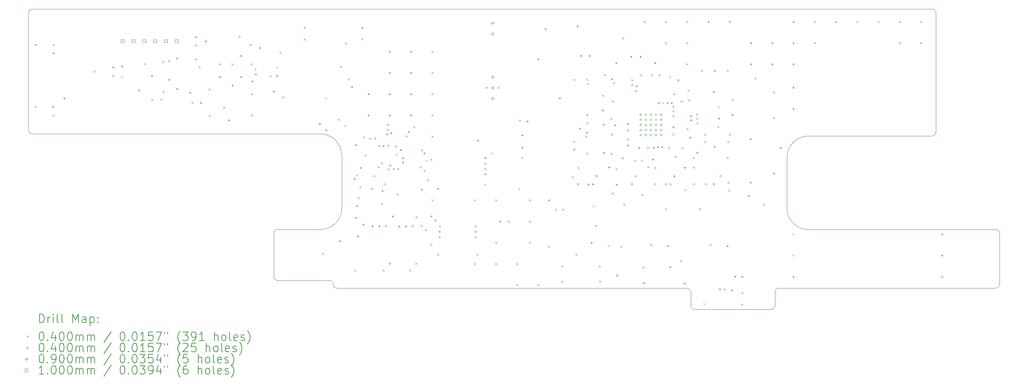
<source format=gbr>
%TF.GenerationSoftware,KiCad,Pcbnew,8.0.0*%
%TF.CreationDate,2024-03-12T18:45:24+01:00*%
%TF.ProjectId,FT24-AMS_Slave-v5,46543234-2d41-44d5-935f-536c6176652d,rev?*%
%TF.SameCoordinates,PX2faf080PY47868c0*%
%TF.FileFunction,Drillmap*%
%TF.FilePolarity,Positive*%
%FSLAX45Y45*%
G04 Gerber Fmt 4.5, Leading zero omitted, Abs format (unit mm)*
G04 Created by KiCad (PCBNEW 8.0.0) date 2024-03-12 18:45:24*
%MOMM*%
%LPD*%
G01*
G04 APERTURE LIST*
%ADD10C,0.020000*%
%ADD11C,0.200000*%
%ADD12C,0.100000*%
G04 APERTURE END LIST*
D10*
X6871698Y-2940000D02*
G75*
G02*
X7371700Y-3440000I2J-500000D01*
G01*
X17850180Y-3490000D02*
X17850180Y-4690000D01*
X5861698Y-5190000D02*
X6871698Y-5190000D01*
X0Y-90000D02*
G75*
G02*
X90000Y0I90000J0D01*
G01*
X22760180Y-6570000D02*
X17653881Y-6570000D01*
X21350180Y-2900000D02*
G75*
G02*
X21260180Y-2990000I-90000J0D01*
G01*
X7371698Y-4690000D02*
X7371698Y-3440000D01*
X21350180Y-90000D02*
X21350180Y-2900000D01*
X90000Y0D02*
X21260180Y0D01*
X5771698Y-5280000D02*
G75*
G02*
X5861698Y-5189998I90002J0D01*
G01*
X7081698Y-6390000D02*
G75*
G02*
X7171700Y-6480000I2J-90000D01*
G01*
X18350180Y-5190000D02*
G75*
G02*
X17850180Y-4690000I0J500000D01*
G01*
X7371698Y-4690000D02*
G75*
G02*
X6871698Y-5189998I-499998J0D01*
G01*
X22760180Y-5190000D02*
G75*
G02*
X22850180Y-5280000I0J-90000D01*
G01*
X15673881Y-7070000D02*
G75*
G02*
X15583880Y-6980000I-1J90000D01*
G01*
X7261698Y-6570000D02*
G75*
G02*
X7171700Y-6480000I2J90000D01*
G01*
X21260180Y-2990000D02*
X18350180Y-2990000D01*
X17473881Y-7070000D02*
X15673881Y-7070000D01*
X15583881Y-6980000D02*
X15583881Y-6660000D01*
X15493881Y-6570000D02*
X7261698Y-6570000D01*
X18350180Y-5190000D02*
X22760180Y-5190000D01*
X15493881Y-6570000D02*
G75*
G02*
X15583880Y-6660000I-1J-90000D01*
G01*
X90000Y-2940000D02*
G75*
G02*
X0Y-2850000I0J90000D01*
G01*
X17563881Y-6660000D02*
X17563881Y-6980000D01*
X0Y-2850000D02*
X0Y-90000D01*
X17850180Y-3490000D02*
G75*
G02*
X18350180Y-2990000I500000J0D01*
G01*
X21260180Y0D02*
G75*
G02*
X21350180Y-90000I0J-90000D01*
G01*
X22850180Y-5280000D02*
X22850180Y-6480000D01*
X6871698Y-2940000D02*
X90000Y-2940000D01*
X5771698Y-6300000D02*
X5771698Y-5280000D01*
X22850180Y-6480000D02*
G75*
G02*
X22760180Y-6570000I-90000J0D01*
G01*
X5861698Y-6390000D02*
G75*
G02*
X5771700Y-6300000I2J90000D01*
G01*
X17563881Y-6980000D02*
G75*
G02*
X17473881Y-7070001I-90001J0D01*
G01*
X7081698Y-6390000D02*
X5861698Y-6390000D01*
X17563881Y-6660000D02*
G75*
G02*
X17653881Y-6570001I89999J0D01*
G01*
D11*
D12*
X145000Y-2280000D02*
X185000Y-2320000D01*
X185000Y-2280000D02*
X145000Y-2320000D01*
X147500Y-820000D02*
X187500Y-860000D01*
X187500Y-820000D02*
X147500Y-860000D01*
X555000Y-2280000D02*
X595000Y-2320000D01*
X595000Y-2280000D02*
X555000Y-2320000D01*
X567500Y-820000D02*
X607500Y-860000D01*
X607500Y-820000D02*
X567500Y-860000D01*
X570000Y-1020000D02*
X610000Y-1060000D01*
X610000Y-1020000D02*
X570000Y-1060000D01*
X570000Y-2480000D02*
X610000Y-2520000D01*
X610000Y-2480000D02*
X570000Y-2520000D01*
X820000Y-2080000D02*
X860000Y-2120000D01*
X860000Y-2080000D02*
X820000Y-2120000D01*
X1530001Y-1450000D02*
X1570001Y-1490000D01*
X1570001Y-1450000D02*
X1530001Y-1490000D01*
X1969999Y-1350000D02*
X2009999Y-1390000D01*
X2009999Y-1350000D02*
X1969999Y-1390000D01*
X1970000Y-1550000D02*
X2010000Y-1590000D01*
X2010000Y-1550000D02*
X1970000Y-1590000D01*
X2180000Y-1330000D02*
X2220000Y-1370000D01*
X2220000Y-1330000D02*
X2180000Y-1370000D01*
X2180000Y-1580000D02*
X2220000Y-1620000D01*
X2220000Y-1580000D02*
X2180000Y-1620000D01*
X2579124Y-1888847D02*
X2619124Y-1928847D01*
X2619124Y-1888847D02*
X2579124Y-1928847D01*
X2720000Y-1269999D02*
X2760000Y-1309999D01*
X2760000Y-1269999D02*
X2720000Y-1309999D01*
X2882914Y-1547085D02*
X2922914Y-1587085D01*
X2922914Y-1547085D02*
X2882914Y-1587085D01*
X2890429Y-2107500D02*
X2930429Y-2147500D01*
X2930429Y-2107500D02*
X2890429Y-2147500D01*
X3107500Y-2107500D02*
X3147500Y-2147500D01*
X3147500Y-2107500D02*
X3107500Y-2147500D01*
X3147500Y-1220000D02*
X3187500Y-1260000D01*
X3187500Y-1220000D02*
X3147500Y-1260000D01*
X3160000Y-1930000D02*
X3200000Y-1970000D01*
X3200000Y-1930000D02*
X3160000Y-1970000D01*
X3287500Y-1200000D02*
X3327500Y-1240000D01*
X3327500Y-1200000D02*
X3287500Y-1240000D01*
X3290000Y-1640000D02*
X3330000Y-1680000D01*
X3330000Y-1640000D02*
X3290000Y-1680000D01*
X3470000Y-1140000D02*
X3510000Y-1180000D01*
X3510000Y-1140000D02*
X3470000Y-1180000D01*
X3470000Y-1860000D02*
X3510000Y-1900000D01*
X3510000Y-1860000D02*
X3470000Y-1900000D01*
X3780000Y-1950000D02*
X3820000Y-1990000D01*
X3820000Y-1950000D02*
X3780000Y-1990000D01*
X3835000Y-2182500D02*
X3875000Y-2222500D01*
X3875000Y-2182500D02*
X3835000Y-2222500D01*
X3909000Y-640000D02*
X3949000Y-680000D01*
X3949000Y-640000D02*
X3909000Y-680000D01*
X3909001Y-829999D02*
X3949001Y-869999D01*
X3949001Y-829999D02*
X3909001Y-869999D01*
X3912500Y-1160000D02*
X3952500Y-1200000D01*
X3952500Y-1160000D02*
X3912500Y-1200000D01*
X4002455Y-1345000D02*
X4042455Y-1385000D01*
X4042455Y-1345000D02*
X4002455Y-1385000D01*
X4035000Y-2182500D02*
X4075000Y-2222500D01*
X4075000Y-2182500D02*
X4035000Y-2222500D01*
X4154000Y-735000D02*
X4194000Y-775000D01*
X4194000Y-735000D02*
X4154000Y-775000D01*
X4240000Y-1870000D02*
X4280000Y-1910000D01*
X4280000Y-1870000D02*
X4240000Y-1910000D01*
X4240000Y-2490000D02*
X4280000Y-2530000D01*
X4280000Y-2490000D02*
X4240000Y-2530000D01*
X4480000Y-1280000D02*
X4520000Y-1320000D01*
X4520000Y-1280000D02*
X4480000Y-1320000D01*
X4480000Y-1580000D02*
X4520000Y-1620000D01*
X4520000Y-1580000D02*
X4480000Y-1620000D01*
X4580000Y-2297500D02*
X4620000Y-2337500D01*
X4620000Y-2297500D02*
X4580000Y-2337500D01*
X4700000Y-2596250D02*
X4740000Y-2636250D01*
X4740000Y-2596250D02*
X4700000Y-2636250D01*
X4775000Y-1280000D02*
X4815000Y-1320000D01*
X4815000Y-1280000D02*
X4775000Y-1320000D01*
X4780000Y-1780000D02*
X4820000Y-1820000D01*
X4820000Y-1780000D02*
X4780000Y-1820000D01*
X4946621Y-628379D02*
X4986621Y-668379D01*
X4986621Y-628379D02*
X4946621Y-668379D01*
X4980000Y-1080000D02*
X5020000Y-1120000D01*
X5020000Y-1080000D02*
X4980000Y-1120000D01*
X4980000Y-1580000D02*
X5020000Y-1620000D01*
X5020000Y-1580000D02*
X4980000Y-1620000D01*
X5207500Y-822500D02*
X5247500Y-862500D01*
X5247500Y-822500D02*
X5207500Y-862500D01*
X5230000Y-1280000D02*
X5270000Y-1320000D01*
X5270000Y-1280000D02*
X5230000Y-1320000D01*
X5230000Y-1980000D02*
X5270000Y-2020000D01*
X5270000Y-1980000D02*
X5230000Y-2020000D01*
X5230000Y-2480000D02*
X5270000Y-2520000D01*
X5270000Y-2480000D02*
X5230000Y-2520000D01*
X5249152Y-1682258D02*
X5289152Y-1722258D01*
X5289152Y-1682258D02*
X5249152Y-1722258D01*
X5319999Y-1395001D02*
X5359999Y-1435001D01*
X5359999Y-1395001D02*
X5319999Y-1435001D01*
X5323750Y-1511250D02*
X5363750Y-1551250D01*
X5363750Y-1511250D02*
X5323750Y-1551250D01*
X5427170Y-892568D02*
X5467170Y-932568D01*
X5467170Y-892568D02*
X5427170Y-932568D01*
X5672500Y-1560000D02*
X5712500Y-1600000D01*
X5712500Y-1560000D02*
X5672500Y-1600000D01*
X5750000Y-1917500D02*
X5790000Y-1957500D01*
X5790000Y-1917500D02*
X5750000Y-1957500D01*
X5830000Y-1350000D02*
X5870000Y-1390000D01*
X5870000Y-1350000D02*
X5830000Y-1390000D01*
X5830000Y-1560000D02*
X5870000Y-1600000D01*
X5870000Y-1560000D02*
X5830000Y-1600000D01*
X5910001Y-1000000D02*
X5950001Y-1040000D01*
X5950001Y-1000000D02*
X5910001Y-1040000D01*
X5970000Y-2059500D02*
X6010000Y-2099500D01*
X6010000Y-2059500D02*
X5970000Y-2099500D01*
X6480000Y-415000D02*
X6520000Y-455000D01*
X6520000Y-415000D02*
X6480000Y-455000D01*
X6480000Y-695000D02*
X6520000Y-735000D01*
X6520000Y-695000D02*
X6480000Y-735000D01*
X6830000Y-2680000D02*
X6870000Y-2720000D01*
X6870000Y-2680000D02*
X6830000Y-2720000D01*
X6910000Y-5740000D02*
X6950000Y-5780000D01*
X6950000Y-5740000D02*
X6910000Y-5780000D01*
X6980000Y-2080000D02*
X7020000Y-2120000D01*
X7020000Y-2080000D02*
X6980000Y-2120000D01*
X6980000Y-2830000D02*
X7020000Y-2870000D01*
X7020000Y-2830000D02*
X6980000Y-2870000D01*
X7280000Y-2580000D02*
X7320000Y-2620000D01*
X7320000Y-2580000D02*
X7280000Y-2620000D01*
X7310000Y-5440000D02*
X7350000Y-5480000D01*
X7350000Y-5440000D02*
X7310000Y-5480000D01*
X7330000Y-1337500D02*
X7370000Y-1377500D01*
X7370000Y-1337500D02*
X7330000Y-1377500D01*
X7430000Y-2730000D02*
X7470000Y-2770000D01*
X7470000Y-2730000D02*
X7430000Y-2770000D01*
X7450000Y-787500D02*
X7490000Y-827500D01*
X7490000Y-787500D02*
X7450000Y-827500D01*
X7512391Y-1637081D02*
X7552391Y-1677081D01*
X7552391Y-1637081D02*
X7512391Y-1677081D01*
X7590000Y-1810000D02*
X7630000Y-1850000D01*
X7630000Y-1810000D02*
X7590000Y-1850000D01*
X7650000Y-3980000D02*
X7690000Y-4020000D01*
X7690000Y-3980000D02*
X7650000Y-4020000D01*
X7670000Y-6140000D02*
X7710000Y-6180000D01*
X7710000Y-6140000D02*
X7670000Y-6180000D01*
X7685000Y-3180000D02*
X7725000Y-3220000D01*
X7725000Y-3180000D02*
X7685000Y-3220000D01*
X7690000Y-4890000D02*
X7730000Y-4930000D01*
X7730000Y-4890000D02*
X7690000Y-4930000D01*
X7710000Y-4613200D02*
X7750000Y-4653200D01*
X7750000Y-4613200D02*
X7710000Y-4653200D01*
X7710000Y-3890000D02*
X7750000Y-3930000D01*
X7750000Y-3890000D02*
X7710000Y-3930000D01*
X7730000Y-5330000D02*
X7770000Y-5370000D01*
X7770000Y-5330000D02*
X7730000Y-5370000D01*
X7750000Y-4430000D02*
X7790000Y-4470000D01*
X7790000Y-4430000D02*
X7750000Y-4470000D01*
X7792208Y-4172630D02*
X7832208Y-4212630D01*
X7832208Y-4172630D02*
X7792208Y-4212630D01*
X7794275Y-3716372D02*
X7834275Y-3756372D01*
X7834275Y-3716372D02*
X7794275Y-3756372D01*
X7835000Y-420000D02*
X7875000Y-460000D01*
X7875000Y-420000D02*
X7835000Y-460000D01*
X7835000Y-685000D02*
X7875000Y-725000D01*
X7875000Y-685000D02*
X7835000Y-725000D01*
X7860000Y-5050000D02*
X7900000Y-5090000D01*
X7900000Y-5050000D02*
X7860000Y-5090000D01*
X7885000Y-3000000D02*
X7925000Y-3040000D01*
X7925000Y-3000000D02*
X7885000Y-3040000D01*
X7910000Y-3420000D02*
X7950000Y-3460000D01*
X7950000Y-3420000D02*
X7910000Y-3460000D01*
X7980000Y-1980000D02*
X8020000Y-2020000D01*
X8020000Y-1980000D02*
X7980000Y-2020000D01*
X7980000Y-2480000D02*
X8020000Y-2520000D01*
X8020000Y-2480000D02*
X7980000Y-2520000D01*
X8018440Y-3031560D02*
X8058440Y-3071560D01*
X8058440Y-3031560D02*
X8018440Y-3071560D01*
X8059999Y-4206250D02*
X8099999Y-4246250D01*
X8099999Y-4206250D02*
X8059999Y-4246250D01*
X8073750Y-5091249D02*
X8113750Y-5131249D01*
X8113750Y-5091249D02*
X8073750Y-5131249D01*
X8110000Y-3910000D02*
X8150000Y-3950000D01*
X8150000Y-3910000D02*
X8110000Y-3950000D01*
X8139602Y-3020398D02*
X8179602Y-3060398D01*
X8179602Y-3020398D02*
X8139602Y-3060398D01*
X8219997Y-3699999D02*
X8259997Y-3739999D01*
X8259997Y-3699999D02*
X8219997Y-3739999D01*
X8229347Y-3203118D02*
X8269347Y-3243118D01*
X8269347Y-3203118D02*
X8229347Y-3243118D01*
X8233750Y-5091250D02*
X8273750Y-5131250D01*
X8273750Y-5091250D02*
X8233750Y-5131250D01*
X8296250Y-4563750D02*
X8336250Y-4603750D01*
X8336250Y-4563750D02*
X8296250Y-4603750D01*
X8297776Y-3605301D02*
X8337776Y-3645301D01*
X8337776Y-3605301D02*
X8297776Y-3645301D01*
X8310000Y-4260000D02*
X8350000Y-4300000D01*
X8350000Y-4260000D02*
X8310000Y-4300000D01*
X8330000Y-6130000D02*
X8370000Y-6170000D01*
X8370000Y-6130000D02*
X8330000Y-6170000D01*
X8334331Y-3204987D02*
X8374331Y-3244987D01*
X8374331Y-3204987D02*
X8334331Y-3244987D01*
X8355000Y-4097499D02*
X8395000Y-4137499D01*
X8395000Y-4097499D02*
X8355000Y-4137499D01*
X8393750Y-5091251D02*
X8433750Y-5131251D01*
X8433750Y-5091251D02*
X8393750Y-5131251D01*
X8418843Y-2925731D02*
X8458843Y-2965731D01*
X8458843Y-2925731D02*
X8418843Y-2965731D01*
X8431250Y-2701250D02*
X8471250Y-2741250D01*
X8471250Y-2701250D02*
X8431250Y-2741250D01*
X8431251Y-2821250D02*
X8471251Y-2861250D01*
X8471251Y-2821250D02*
X8431251Y-2861250D01*
X8438857Y-3195018D02*
X8478857Y-3235018D01*
X8478857Y-3195018D02*
X8438857Y-3235018D01*
X8449123Y-3752904D02*
X8489123Y-3792904D01*
X8489123Y-3752904D02*
X8449123Y-3792904D01*
X8480000Y-980000D02*
X8520000Y-1020000D01*
X8520000Y-980000D02*
X8480000Y-1020000D01*
X8480000Y-1480000D02*
X8520000Y-1520000D01*
X8520000Y-1480000D02*
X8480000Y-1520000D01*
X8480000Y-1980000D02*
X8520000Y-2020000D01*
X8520000Y-1980000D02*
X8480000Y-2020000D01*
X8480000Y-2480000D02*
X8520000Y-2520000D01*
X8520000Y-2480000D02*
X8480000Y-2520000D01*
X8480000Y-5970000D02*
X8520000Y-6010000D01*
X8520000Y-5970000D02*
X8480000Y-6010000D01*
X8490098Y-3657500D02*
X8530098Y-3697500D01*
X8530098Y-3657500D02*
X8490098Y-3697500D01*
X8513624Y-2893846D02*
X8553624Y-2933846D01*
X8553624Y-2893846D02*
X8513624Y-2933846D01*
X8547609Y-4861993D02*
X8587609Y-4901993D01*
X8587609Y-4861993D02*
X8547609Y-4901993D01*
X8571644Y-3742765D02*
X8611644Y-3782765D01*
X8611644Y-3742765D02*
X8571644Y-3782765D01*
X8618536Y-3208535D02*
X8658536Y-3248535D01*
X8658536Y-3208535D02*
X8618536Y-3248535D01*
X8640319Y-3398939D02*
X8680319Y-3438939D01*
X8680319Y-3398939D02*
X8640319Y-3438939D01*
X8663750Y-4345015D02*
X8703750Y-4385015D01*
X8703750Y-4345015D02*
X8663750Y-4385015D01*
X8676602Y-3739814D02*
X8716602Y-3779814D01*
X8716602Y-3739814D02*
X8676602Y-3779814D01*
X8700000Y-5099999D02*
X8740000Y-5139999D01*
X8740000Y-5099999D02*
X8700000Y-5139999D01*
X8742869Y-3291044D02*
X8782869Y-3331044D01*
X8782869Y-3291044D02*
X8742869Y-3331044D01*
X8792845Y-3490338D02*
X8832845Y-3530338D01*
X8832845Y-3490338D02*
X8792845Y-3530338D01*
X8792863Y-3590339D02*
X8832863Y-3630339D01*
X8832863Y-3590339D02*
X8792863Y-3630339D01*
X8860000Y-5097499D02*
X8900000Y-5137499D01*
X8900000Y-5097499D02*
X8860000Y-5137499D01*
X8872500Y-2973816D02*
X8912500Y-3013816D01*
X8912500Y-2973816D02*
X8872500Y-3013816D01*
X8928210Y-2873271D02*
X8968210Y-2913271D01*
X8968210Y-2873271D02*
X8928210Y-2913271D01*
X8955000Y-6130000D02*
X8995000Y-6170000D01*
X8995000Y-6130000D02*
X8955000Y-6170000D01*
X8980000Y-980000D02*
X9020000Y-1020000D01*
X9020000Y-980000D02*
X8980000Y-1020000D01*
X8980000Y-1480000D02*
X9020000Y-1520000D01*
X9020000Y-1480000D02*
X8980000Y-1520000D01*
X8980000Y-1980000D02*
X9020000Y-2020000D01*
X9020000Y-1980000D02*
X8980000Y-2020000D01*
X8980000Y-2480000D02*
X9020000Y-2520000D01*
X9020000Y-2480000D02*
X8980000Y-2520000D01*
X9020000Y-5090000D02*
X9060000Y-5130000D01*
X9060000Y-5090000D02*
X9020000Y-5130000D01*
X9060000Y-2760000D02*
X9100000Y-2800000D01*
X9100000Y-2760000D02*
X9060000Y-2800000D01*
X9105000Y-5970000D02*
X9145000Y-6010000D01*
X9145000Y-5970000D02*
X9105000Y-6010000D01*
X9110000Y-4880000D02*
X9150000Y-4920000D01*
X9150000Y-4880000D02*
X9110000Y-4920000D01*
X9205865Y-3697474D02*
X9245865Y-3737474D01*
X9245865Y-3697474D02*
X9205865Y-3737474D01*
X9230000Y-4230000D02*
X9270000Y-4270000D01*
X9270000Y-4230000D02*
X9230000Y-4270000D01*
X9230000Y-5080000D02*
X9270000Y-5120000D01*
X9270000Y-5080000D02*
X9230000Y-5120000D01*
X9240000Y-3300000D02*
X9280000Y-3340000D01*
X9280000Y-3300000D02*
X9240000Y-3340000D01*
X9293840Y-3785449D02*
X9333840Y-3825449D01*
X9333840Y-3785449D02*
X9293840Y-3825449D01*
X9295031Y-3375530D02*
X9335031Y-3415530D01*
X9335031Y-3375530D02*
X9295031Y-3415530D01*
X9330000Y-5180000D02*
X9370000Y-5220000D01*
X9370000Y-5180000D02*
X9330000Y-5220000D01*
X9344188Y-3552954D02*
X9384188Y-3592954D01*
X9384188Y-3552954D02*
X9344188Y-3592954D01*
X9380000Y-4005000D02*
X9420000Y-4045000D01*
X9420000Y-4005000D02*
X9380000Y-4045000D01*
X9455000Y-4855000D02*
X9495000Y-4895000D01*
X9495000Y-4855000D02*
X9455000Y-4895000D01*
X9457500Y-3520000D02*
X9497500Y-3560000D01*
X9497500Y-3520000D02*
X9457500Y-3560000D01*
X9460031Y-5520031D02*
X9500031Y-5560031D01*
X9500031Y-5520031D02*
X9460031Y-5560031D01*
X9480000Y-980000D02*
X9520000Y-1020000D01*
X9520000Y-980000D02*
X9480000Y-1020000D01*
X9480000Y-1480000D02*
X9520000Y-1520000D01*
X9520000Y-1480000D02*
X9480000Y-1520000D01*
X9480000Y-1980000D02*
X9520000Y-2020000D01*
X9520000Y-1980000D02*
X9480000Y-2020000D01*
X9480000Y-2480000D02*
X9520000Y-2520000D01*
X9520000Y-2480000D02*
X9480000Y-2520000D01*
X9480000Y-2980000D02*
X9520000Y-3020000D01*
X9520000Y-2980000D02*
X9480000Y-3020000D01*
X9480000Y-4480000D02*
X9520000Y-4520000D01*
X9520000Y-4480000D02*
X9480000Y-4520000D01*
X9555000Y-4955000D02*
X9595000Y-4995000D01*
X9595000Y-4955000D02*
X9555000Y-4995000D01*
X9615031Y-4205531D02*
X9655031Y-4245531D01*
X9655031Y-4205531D02*
X9615031Y-4245531D01*
X9620000Y-5760000D02*
X9660000Y-5800000D01*
X9660000Y-5760000D02*
X9620000Y-5800000D01*
X9650000Y-5220000D02*
X9690000Y-5260000D01*
X9690000Y-5220000D02*
X9650000Y-5260000D01*
X9650000Y-5340000D02*
X9690000Y-5380000D01*
X9690000Y-5340000D02*
X9650000Y-5380000D01*
X9660000Y-5090000D02*
X9700000Y-5130000D01*
X9700000Y-5090000D02*
X9660000Y-5130000D01*
X10480000Y-4480000D02*
X10520000Y-4520000D01*
X10520000Y-4480000D02*
X10480000Y-4520000D01*
X10480000Y-5980000D02*
X10520000Y-6020000D01*
X10520000Y-5980000D02*
X10480000Y-6020000D01*
X10500000Y-5090000D02*
X10540000Y-5130000D01*
X10540000Y-5090000D02*
X10500000Y-5130000D01*
X10500000Y-5220001D02*
X10540000Y-5260001D01*
X10540000Y-5220001D02*
X10500000Y-5260001D01*
X10500000Y-5340000D02*
X10540000Y-5380000D01*
X10540000Y-5340000D02*
X10500000Y-5380000D01*
X10540000Y-5760000D02*
X10580000Y-5800000D01*
X10580000Y-5760000D02*
X10540000Y-5800000D01*
X10555031Y-3075530D02*
X10595031Y-3115530D01*
X10595031Y-3075530D02*
X10555031Y-3115530D01*
X10722531Y-4112204D02*
X10762531Y-4152204D01*
X10762531Y-4112204D02*
X10722531Y-4152204D01*
X10725031Y-3485530D02*
X10765031Y-3525530D01*
X10765031Y-3485530D02*
X10725031Y-3525530D01*
X10725031Y-3615530D02*
X10765031Y-3655530D01*
X10765031Y-3615530D02*
X10725031Y-3655530D01*
X10725031Y-3745530D02*
X10765031Y-3785530D01*
X10765031Y-3745530D02*
X10725031Y-3785530D01*
X10725031Y-3865530D02*
X10765031Y-3905530D01*
X10765031Y-3865530D02*
X10725031Y-3905530D01*
X10760000Y-1830000D02*
X10800000Y-1870000D01*
X10800000Y-1830000D02*
X10760000Y-1870000D01*
X10875031Y-3375530D02*
X10915031Y-3415530D01*
X10915031Y-3375530D02*
X10875031Y-3415530D01*
X10980000Y-4480000D02*
X11020000Y-4520000D01*
X11020000Y-4480000D02*
X10980000Y-4520000D01*
X10980000Y-5480000D02*
X11020000Y-5520000D01*
X11020000Y-5480000D02*
X10980000Y-5520000D01*
X10980000Y-5980000D02*
X11020000Y-6020000D01*
X11020000Y-5980000D02*
X10980000Y-6020000D01*
X11040000Y-1830000D02*
X11080000Y-1870000D01*
X11080000Y-1830000D02*
X11040000Y-1870000D01*
X11080000Y-4980000D02*
X11120000Y-5020000D01*
X11120000Y-4980000D02*
X11080000Y-5020000D01*
X11280000Y-4980000D02*
X11320000Y-5020000D01*
X11320000Y-4980000D02*
X11280000Y-5020000D01*
X11480000Y-5980000D02*
X11520000Y-6020000D01*
X11520000Y-5980000D02*
X11480000Y-6020000D01*
X11480000Y-6480000D02*
X11520000Y-6520000D01*
X11520000Y-6480000D02*
X11480000Y-6520000D01*
X11527500Y-4212500D02*
X11567500Y-4252500D01*
X11567500Y-4212500D02*
X11527500Y-4252500D01*
X11540000Y-2600000D02*
X11580000Y-2640000D01*
X11580000Y-2600000D02*
X11540000Y-2640000D01*
X11600000Y-2950000D02*
X11640000Y-2990000D01*
X11640000Y-2950000D02*
X11600000Y-2990000D01*
X11600000Y-3240000D02*
X11640000Y-3280000D01*
X11640000Y-3240000D02*
X11600000Y-3280000D01*
X11600000Y-3480000D02*
X11640000Y-3520000D01*
X11640000Y-3480000D02*
X11600000Y-3520000D01*
X11720000Y-2620000D02*
X11760000Y-2660000D01*
X11760000Y-2620000D02*
X11720000Y-2660000D01*
X11780000Y-4480000D02*
X11820000Y-4520000D01*
X11820000Y-4480000D02*
X11780000Y-4520000D01*
X11780000Y-4980000D02*
X11820000Y-5020000D01*
X11820000Y-4980000D02*
X11780000Y-5020000D01*
X11780000Y-5480000D02*
X11820000Y-5520000D01*
X11820000Y-5480000D02*
X11780000Y-5520000D01*
X11976875Y-1157500D02*
X12016875Y-1197500D01*
X12016875Y-1157500D02*
X11976875Y-1197500D01*
X11980000Y-6480000D02*
X12020000Y-6520000D01*
X12020000Y-6480000D02*
X11980000Y-6520000D01*
X12146875Y-447500D02*
X12186875Y-487500D01*
X12186875Y-447500D02*
X12146875Y-487500D01*
X12226750Y-5570000D02*
X12266750Y-5610000D01*
X12266750Y-5570000D02*
X12226750Y-5610000D01*
X12230000Y-4480000D02*
X12270000Y-4520000D01*
X12270000Y-4480000D02*
X12230000Y-4520000D01*
X12395500Y-4700000D02*
X12435500Y-4740000D01*
X12435500Y-4700000D02*
X12395500Y-4740000D01*
X12480000Y-2080000D02*
X12520000Y-2120000D01*
X12520000Y-2080000D02*
X12480000Y-2120000D01*
X12540000Y-6040000D02*
X12580000Y-6080000D01*
X12580000Y-6040000D02*
X12540000Y-6080000D01*
X12540000Y-6390000D02*
X12580000Y-6430000D01*
X12580000Y-6390000D02*
X12540000Y-6430000D01*
X12555500Y-4700000D02*
X12595500Y-4740000D01*
X12595500Y-4700000D02*
X12555500Y-4740000D01*
X12795500Y-3940000D02*
X12835500Y-3980000D01*
X12835500Y-3940000D02*
X12795500Y-3980000D01*
X12816750Y-3100250D02*
X12856750Y-3140250D01*
X12856750Y-3100250D02*
X12816750Y-3140250D01*
X12816751Y-3280249D02*
X12856751Y-3320249D01*
X12856751Y-3280249D02*
X12816751Y-3320249D01*
X12825498Y-1640000D02*
X12865498Y-1680000D01*
X12865498Y-1640000D02*
X12825498Y-1680000D01*
X12870000Y-5757500D02*
X12910000Y-5797500D01*
X12910000Y-5757500D02*
X12870000Y-5797500D01*
X12899999Y-380000D02*
X12939999Y-420000D01*
X12939999Y-380000D02*
X12899999Y-420000D01*
X12906750Y-4100250D02*
X12946750Y-4140250D01*
X12946750Y-4100250D02*
X12906750Y-4140250D01*
X12917550Y-3720000D02*
X12957550Y-3760000D01*
X12957550Y-3720000D02*
X12917550Y-3760000D01*
X12950000Y-2797500D02*
X12990000Y-2837500D01*
X12990000Y-2797500D02*
X12950000Y-2837500D01*
X12980000Y-1080000D02*
X13020000Y-1120000D01*
X13020000Y-1080000D02*
X12980000Y-1120000D01*
X13098008Y-2980978D02*
X13138008Y-3020978D01*
X13138008Y-2980978D02*
X13098008Y-3020978D01*
X13116750Y-2882750D02*
X13156750Y-2922750D01*
X13156750Y-2882750D02*
X13116750Y-2922750D01*
X13125499Y-1640000D02*
X13165499Y-1680000D01*
X13165499Y-1640000D02*
X13125499Y-1680000D01*
X13126750Y-2470250D02*
X13166750Y-2510250D01*
X13166750Y-2470250D02*
X13126750Y-2510250D01*
X13134250Y-2666250D02*
X13174250Y-2706250D01*
X13174250Y-2666250D02*
X13134250Y-2706250D01*
X13134250Y-3378750D02*
X13174250Y-3418750D01*
X13174250Y-3378750D02*
X13134250Y-3418750D01*
X13145500Y-1740000D02*
X13185500Y-1780000D01*
X13185500Y-1740000D02*
X13145500Y-1780000D01*
X13153650Y-4107474D02*
X13193650Y-4147474D01*
X13193650Y-4107474D02*
X13153650Y-4147474D01*
X13185499Y-1080000D02*
X13225499Y-1120000D01*
X13225499Y-1080000D02*
X13185499Y-1120000D01*
X13230000Y-5480000D02*
X13270000Y-5520000D01*
X13270000Y-5480000D02*
X13230000Y-5520000D01*
X13260077Y-4103577D02*
X13300077Y-4143577D01*
X13300077Y-4103577D02*
X13260077Y-4143577D01*
X13280000Y-4620000D02*
X13320000Y-4660000D01*
X13320000Y-4620000D02*
X13280000Y-4660000D01*
X13328000Y-5080765D02*
X13368000Y-5120765D01*
X13368000Y-5080765D02*
X13328000Y-5120765D01*
X13345485Y-3908985D02*
X13385485Y-3948985D01*
X13385485Y-3908985D02*
X13345485Y-3948985D01*
X13420000Y-6040000D02*
X13460000Y-6080000D01*
X13460000Y-6040000D02*
X13420000Y-6080000D01*
X13430000Y-6390000D02*
X13470000Y-6430000D01*
X13470000Y-6390000D02*
X13430000Y-6430000D01*
X13491080Y-2363275D02*
X13531080Y-2403275D01*
X13531080Y-2363275D02*
X13491080Y-2403275D01*
X13494250Y-2016250D02*
X13534250Y-2056250D01*
X13534250Y-2016250D02*
X13494250Y-2056250D01*
X13514235Y-3366235D02*
X13554235Y-3406235D01*
X13554235Y-3366235D02*
X13514235Y-3406235D01*
X13514611Y-2696929D02*
X13554611Y-2736929D01*
X13554611Y-2696929D02*
X13514611Y-2736929D01*
X13539501Y-1529999D02*
X13579501Y-1569999D01*
X13579501Y-1529999D02*
X13539501Y-1569999D01*
X13626750Y-5560000D02*
X13666750Y-5600000D01*
X13666750Y-5560000D02*
X13626750Y-5600000D01*
X13641750Y-3705250D02*
X13681750Y-3745250D01*
X13681750Y-3705250D02*
X13641750Y-3745250D01*
X13701090Y-2567750D02*
X13741090Y-2607750D01*
X13741090Y-2567750D02*
X13701090Y-2607750D01*
X13701750Y-3385250D02*
X13741750Y-3425250D01*
X13741750Y-3385250D02*
X13701750Y-3425250D01*
X13706750Y-2930250D02*
X13746750Y-2970250D01*
X13746750Y-2930250D02*
X13706750Y-2970250D01*
X13710000Y-1630000D02*
X13750000Y-1670000D01*
X13750000Y-1630000D02*
X13710000Y-1670000D01*
X13726750Y-4320251D02*
X13766750Y-4360251D01*
X13766750Y-4320251D02*
X13726750Y-4360251D01*
X13735500Y-2150000D02*
X13775500Y-2190000D01*
X13775500Y-2150000D02*
X13735500Y-2190000D01*
X13758289Y-1721313D02*
X13798289Y-1761313D01*
X13798289Y-1721313D02*
X13758289Y-1761313D01*
X13784760Y-2713114D02*
X13824760Y-2753114D01*
X13824760Y-2713114D02*
X13784760Y-2753114D01*
X13807499Y-3744562D02*
X13847499Y-3784562D01*
X13847499Y-3744562D02*
X13807499Y-3784562D01*
X13810000Y-1250000D02*
X13850000Y-1290000D01*
X13850000Y-1250000D02*
X13810000Y-1290000D01*
X13816750Y-4110250D02*
X13856750Y-4150250D01*
X13856750Y-4110250D02*
X13816750Y-4150250D01*
X13830000Y-6247500D02*
X13870000Y-6287500D01*
X13870000Y-6247500D02*
X13830000Y-6287500D01*
X13930000Y-5570000D02*
X13970000Y-5610000D01*
X13970000Y-5570000D02*
X13930000Y-5610000D01*
X13958015Y-3491515D02*
X13998015Y-3531515D01*
X13998015Y-3491515D02*
X13958015Y-3531515D01*
X13970000Y-670000D02*
X14010000Y-710000D01*
X14010000Y-670000D02*
X13970000Y-710000D01*
X13996750Y-4580000D02*
X14036750Y-4620000D01*
X14036750Y-4580000D02*
X13996750Y-4620000D01*
X14086750Y-2680250D02*
X14126750Y-2720250D01*
X14126750Y-2680250D02*
X14086750Y-2720250D01*
X14086750Y-2830250D02*
X14126750Y-2870250D01*
X14126750Y-2830250D02*
X14086750Y-2870250D01*
X14086750Y-3050252D02*
X14126750Y-3090252D01*
X14126750Y-3050252D02*
X14086750Y-3090252D01*
X14086750Y-3187500D02*
X14126750Y-3227500D01*
X14126750Y-3187500D02*
X14086750Y-3227500D01*
X14160000Y-1100000D02*
X14200000Y-1140000D01*
X14200000Y-1100000D02*
X14160000Y-1140000D01*
X14176750Y-4100250D02*
X14216750Y-4140250D01*
X14216750Y-4100250D02*
X14176750Y-4140250D01*
X14180000Y-1760000D02*
X14220000Y-1800000D01*
X14220000Y-1760000D02*
X14180000Y-1800000D01*
X14184515Y-1649172D02*
X14224515Y-1689172D01*
X14224515Y-1649172D02*
X14184515Y-1689172D01*
X14256749Y-3547458D02*
X14296749Y-3587458D01*
X14296749Y-3547458D02*
X14256749Y-3587458D01*
X14265848Y-1903355D02*
X14305848Y-1943355D01*
X14305848Y-1903355D02*
X14265848Y-1943355D01*
X14266750Y-3910250D02*
X14306750Y-3950250D01*
X14306750Y-3910250D02*
X14266750Y-3950250D01*
X14286683Y-1794894D02*
X14326683Y-1834894D01*
X14326683Y-1794894D02*
X14286683Y-1834894D01*
X14346750Y-3240250D02*
X14386750Y-3280250D01*
X14386750Y-3240250D02*
X14346750Y-3280250D01*
X14380000Y-1100000D02*
X14420000Y-1140000D01*
X14420000Y-1100000D02*
X14380000Y-1140000D01*
X14395500Y-1530001D02*
X14435500Y-1570001D01*
X14435500Y-1530001D02*
X14395500Y-1570001D01*
X14415887Y-3544410D02*
X14455887Y-3584410D01*
X14455887Y-3544410D02*
X14415887Y-3584410D01*
X14426750Y-4350250D02*
X14466750Y-4390250D01*
X14466750Y-4350250D02*
X14426750Y-4390250D01*
X14450000Y-6060000D02*
X14490000Y-6100000D01*
X14490000Y-6060000D02*
X14450000Y-6100000D01*
X14460000Y-6430000D02*
X14500000Y-6470000D01*
X14500000Y-6430000D02*
X14460000Y-6470000D01*
X14480000Y-280000D02*
X14520000Y-320000D01*
X14520000Y-280000D02*
X14480000Y-320000D01*
X14556750Y-3240250D02*
X14596750Y-3280250D01*
X14596750Y-3240250D02*
X14556750Y-3280250D01*
X14560875Y-3698818D02*
X14600875Y-3738818D01*
X14600875Y-3698818D02*
X14560875Y-3738818D01*
X14630000Y-5530000D02*
X14670000Y-5570000D01*
X14670000Y-5530000D02*
X14630000Y-5570000D01*
X14655500Y-1530001D02*
X14695500Y-1570001D01*
X14695500Y-1530001D02*
X14655500Y-1570001D01*
X14673000Y-3519045D02*
X14713000Y-3559045D01*
X14713000Y-3519045D02*
X14673000Y-3559045D01*
X14693345Y-3241376D02*
X14733345Y-3281376D01*
X14733345Y-3241376D02*
X14693345Y-3281376D01*
X14725500Y-1250000D02*
X14765500Y-1290000D01*
X14765500Y-1250000D02*
X14725500Y-1290000D01*
X14726750Y-3720250D02*
X14766750Y-3760250D01*
X14766750Y-3720250D02*
X14726750Y-3760250D01*
X14726750Y-4100250D02*
X14766750Y-4140250D01*
X14766750Y-4100250D02*
X14726750Y-4140250D01*
X14792854Y-3231471D02*
X14832854Y-3271471D01*
X14832854Y-3231471D02*
X14792854Y-3271471D01*
X14805500Y-2190000D02*
X14845500Y-2230000D01*
X14845500Y-2190000D02*
X14805500Y-2230000D01*
X14825500Y-1530000D02*
X14865500Y-1570000D01*
X14865500Y-1530000D02*
X14825500Y-1570000D01*
X14895500Y-3230000D02*
X14935500Y-3270000D01*
X14935500Y-3230000D02*
X14895500Y-3270000D01*
X14905500Y-2190000D02*
X14945500Y-2230000D01*
X14945500Y-2190000D02*
X14905500Y-2230000D01*
X14979250Y-4100503D02*
X15019250Y-4140503D01*
X15019250Y-4100503D02*
X14979250Y-4140503D01*
X14980000Y-280000D02*
X15020000Y-320000D01*
X15020000Y-280000D02*
X14980000Y-320000D01*
X14980000Y-780000D02*
X15020000Y-820000D01*
X15020000Y-780000D02*
X14980000Y-820000D01*
X14980000Y-4680000D02*
X15020000Y-4720000D01*
X15020000Y-4680000D02*
X14980000Y-4720000D01*
X15008725Y-2188585D02*
X15048725Y-2228585D01*
X15048725Y-2188585D02*
X15008725Y-2228585D01*
X15026750Y-5560000D02*
X15066750Y-5600000D01*
X15066750Y-5560000D02*
X15026750Y-5600000D01*
X15056750Y-3240250D02*
X15096750Y-3280250D01*
X15096750Y-3240250D02*
X15056750Y-3280250D01*
X15075500Y-1570000D02*
X15115500Y-1610000D01*
X15115500Y-1570000D02*
X15075500Y-1610000D01*
X15080000Y-6050000D02*
X15120000Y-6090000D01*
X15120000Y-6050000D02*
X15080000Y-6090000D01*
X15086750Y-4100250D02*
X15126750Y-4140250D01*
X15126750Y-4100250D02*
X15086750Y-4140250D01*
X15110908Y-2188297D02*
X15150908Y-2228297D01*
X15150908Y-2188297D02*
X15110908Y-2228297D01*
X15154825Y-2279267D02*
X15194825Y-2319267D01*
X15194825Y-2279267D02*
X15154825Y-2319267D01*
X15155500Y-2381022D02*
X15195500Y-2421022D01*
X15195500Y-2381022D02*
X15155500Y-2421022D01*
X15156367Y-2755264D02*
X15196367Y-2795264D01*
X15196367Y-2755264D02*
X15156367Y-2795264D01*
X15156750Y-2497750D02*
X15196750Y-2537750D01*
X15196750Y-2497750D02*
X15156750Y-2537750D01*
X15156750Y-2930250D02*
X15196750Y-2970250D01*
X15196750Y-2930250D02*
X15156750Y-2970250D01*
X15175500Y-1980000D02*
X15215500Y-2020000D01*
X15215500Y-1980000D02*
X15175500Y-2020000D01*
X15176750Y-3910250D02*
X15216750Y-3950250D01*
X15216750Y-3910250D02*
X15176750Y-3950250D01*
X15203931Y-3454901D02*
X15243931Y-3494901D01*
X15243931Y-3454901D02*
X15203931Y-3494901D01*
X15270000Y-1650000D02*
X15310000Y-1690000D01*
X15310000Y-1650000D02*
X15270000Y-1690000D01*
X15334440Y-5908560D02*
X15374440Y-5948560D01*
X15374440Y-5908560D02*
X15334440Y-5948560D01*
X15353000Y-2151266D02*
X15393000Y-2191266D01*
X15393000Y-2151266D02*
X15353000Y-2191266D01*
X15364875Y-3252125D02*
X15404875Y-3292125D01*
X15404875Y-3252125D02*
X15364875Y-3292125D01*
X15420000Y-6440000D02*
X15460000Y-6480000D01*
X15460000Y-6440000D02*
X15420000Y-6480000D01*
X15427315Y-3712750D02*
X15467315Y-3752750D01*
X15467315Y-3712750D02*
X15427315Y-3752750D01*
X15436750Y-4240250D02*
X15476750Y-4280250D01*
X15476750Y-4240250D02*
X15436750Y-4280250D01*
X15480000Y-280000D02*
X15520000Y-320000D01*
X15520000Y-280000D02*
X15480000Y-320000D01*
X15480000Y-780000D02*
X15520000Y-820000D01*
X15520000Y-780000D02*
X15480000Y-820000D01*
X15480000Y-1280000D02*
X15520000Y-1320000D01*
X15520000Y-1280000D02*
X15480000Y-1320000D01*
X15486750Y-2805251D02*
X15526750Y-2845251D01*
X15526750Y-2805251D02*
X15486750Y-2845251D01*
X15512850Y-1897450D02*
X15552850Y-1937450D01*
X15552850Y-1897450D02*
X15512850Y-1937450D01*
X15516626Y-2123776D02*
X15556626Y-2163776D01*
X15556626Y-2123776D02*
X15516626Y-2163776D01*
X15552982Y-3001988D02*
X15592982Y-3041988D01*
X15592982Y-3001988D02*
X15552982Y-3041988D01*
X15566882Y-2495528D02*
X15606882Y-2535528D01*
X15606882Y-2495528D02*
X15566882Y-2535528D01*
X15567653Y-2595526D02*
X15607653Y-2635526D01*
X15607653Y-2595526D02*
X15567653Y-2635526D01*
X15630038Y-3479699D02*
X15670038Y-3519699D01*
X15670038Y-3479699D02*
X15630038Y-3519699D01*
X15636750Y-3707750D02*
X15676750Y-3747750D01*
X15676750Y-3707750D02*
X15636750Y-3747750D01*
X15636750Y-4097750D02*
X15676750Y-4137750D01*
X15676750Y-4097750D02*
X15636750Y-4137750D01*
X15712850Y-2457450D02*
X15752850Y-2497450D01*
X15752850Y-2457450D02*
X15712850Y-2497450D01*
X15712850Y-2557450D02*
X15752850Y-2597450D01*
X15752850Y-2557450D02*
X15712850Y-2597450D01*
X15712850Y-3357450D02*
X15752850Y-3397450D01*
X15752850Y-3357450D02*
X15712850Y-3397450D01*
X15721294Y-2668402D02*
X15761294Y-2708402D01*
X15761294Y-2668402D02*
X15721294Y-2708402D01*
X15780000Y-4680000D02*
X15820000Y-4720000D01*
X15820000Y-4680000D02*
X15780000Y-4720000D01*
X15825500Y-1430000D02*
X15865500Y-1470000D01*
X15865500Y-1430000D02*
X15825500Y-1470000D01*
X15880652Y-6921228D02*
X15920652Y-6961228D01*
X15920652Y-6921228D02*
X15880652Y-6961228D01*
X15902850Y-2937450D02*
X15942850Y-2977450D01*
X15942850Y-2937450D02*
X15902850Y-2977450D01*
X15902850Y-3107450D02*
X15942850Y-3147450D01*
X15942850Y-3107450D02*
X15902850Y-3147450D01*
X15916750Y-4100250D02*
X15956750Y-4140250D01*
X15956750Y-4100250D02*
X15916750Y-4140250D01*
X15980000Y-280000D02*
X16020000Y-320000D01*
X16020000Y-280000D02*
X15980000Y-320000D01*
X16030000Y-5530000D02*
X16070000Y-5570000D01*
X16070000Y-5530000D02*
X16030000Y-5570000D01*
X16100650Y-4096350D02*
X16140650Y-4136350D01*
X16140650Y-4096350D02*
X16100650Y-4136350D01*
X16102850Y-1927450D02*
X16142850Y-1967450D01*
X16142850Y-1927450D02*
X16102850Y-1967450D01*
X16125500Y-1430000D02*
X16165500Y-1470000D01*
X16165500Y-1430000D02*
X16125500Y-1470000D01*
X16125500Y-3220000D02*
X16165500Y-3260000D01*
X16165500Y-3220000D02*
X16125500Y-3260000D01*
X16216750Y-2750250D02*
X16256750Y-2790250D01*
X16256750Y-2750250D02*
X16216750Y-2790250D01*
X16225500Y-2290000D02*
X16265500Y-2330000D01*
X16265500Y-2290000D02*
X16225500Y-2330000D01*
X16225500Y-2560000D02*
X16265500Y-2600000D01*
X16265500Y-2560000D02*
X16225500Y-2600000D01*
X16250000Y-6575000D02*
X16290000Y-6615000D01*
X16290000Y-6575000D02*
X16250000Y-6615000D01*
X16262991Y-3904126D02*
X16302991Y-3944126D01*
X16302991Y-3904126D02*
X16262991Y-3944126D01*
X16360000Y-6580000D02*
X16400000Y-6620000D01*
X16400000Y-6580000D02*
X16360000Y-6620000D01*
X16426750Y-5559999D02*
X16466750Y-5599999D01*
X16466750Y-5559999D02*
X16426750Y-5599999D01*
X16435500Y-1430000D02*
X16475500Y-1470000D01*
X16475500Y-1430000D02*
X16435500Y-1470000D01*
X16436750Y-3480250D02*
X16476750Y-3520250D01*
X16476750Y-3480250D02*
X16436750Y-3520250D01*
X16442651Y-3110250D02*
X16482651Y-3150250D01*
X16482651Y-3110250D02*
X16442651Y-3150250D01*
X16450000Y-4062750D02*
X16490000Y-4102750D01*
X16490000Y-4062750D02*
X16450000Y-4102750D01*
X16466750Y-4250250D02*
X16506750Y-4290250D01*
X16506750Y-4250250D02*
X16466750Y-4290250D01*
X16480000Y-280000D02*
X16520000Y-320000D01*
X16520000Y-280000D02*
X16480000Y-320000D01*
X16485500Y-2930000D02*
X16525500Y-2970000D01*
X16525500Y-2930000D02*
X16485500Y-2970000D01*
X16535000Y-6600000D02*
X16575000Y-6640000D01*
X16575000Y-6600000D02*
X16535000Y-6640000D01*
X16545500Y-2110000D02*
X16585500Y-2150000D01*
X16585500Y-2110000D02*
X16545500Y-2150000D01*
X16545500Y-2467450D02*
X16585500Y-2507450D01*
X16585500Y-2467450D02*
X16545500Y-2507450D01*
X16607500Y-6274000D02*
X16647500Y-6314000D01*
X16647500Y-6274000D02*
X16607500Y-6314000D01*
X16770000Y-6279500D02*
X16810000Y-6319500D01*
X16810000Y-6279500D02*
X16770000Y-6319500D01*
X16770000Y-6935000D02*
X16810000Y-6975000D01*
X16810000Y-6935000D02*
X16770000Y-6975000D01*
X16780000Y-6665000D02*
X16820000Y-6705000D01*
X16820000Y-6665000D02*
X16780000Y-6705000D01*
X16930000Y-4380000D02*
X16970000Y-4420000D01*
X16970000Y-4380000D02*
X16930000Y-4420000D01*
X16971750Y-3042750D02*
X17011750Y-3082750D01*
X17011750Y-3042750D02*
X16971750Y-3082750D01*
X16971750Y-4062750D02*
X17011750Y-4102750D01*
X17011750Y-4062750D02*
X16971750Y-4102750D01*
X16980000Y-780000D02*
X17020000Y-820000D01*
X17020000Y-780000D02*
X16980000Y-820000D01*
X16980000Y-1280000D02*
X17020000Y-1320000D01*
X17020000Y-1280000D02*
X16980000Y-1320000D01*
X17086750Y-1607750D02*
X17126750Y-1647750D01*
X17126750Y-1607750D02*
X17086750Y-1647750D01*
X17280000Y-4580000D02*
X17320000Y-4620000D01*
X17320000Y-4580000D02*
X17280000Y-4620000D01*
X17480000Y-780000D02*
X17520000Y-820000D01*
X17520000Y-780000D02*
X17480000Y-820000D01*
X17480000Y-1280000D02*
X17520000Y-1320000D01*
X17520000Y-1280000D02*
X17480000Y-1320000D01*
X17520000Y-2537750D02*
X17560000Y-2577750D01*
X17560000Y-2537750D02*
X17520000Y-2577750D01*
X17520000Y-1937750D02*
X17560000Y-1977750D01*
X17560000Y-1937750D02*
X17520000Y-1977750D01*
X17520000Y-3847750D02*
X17560000Y-3887750D01*
X17560000Y-3847750D02*
X17520000Y-3887750D01*
X17680000Y-3247750D02*
X17720000Y-3287750D01*
X17720000Y-3247750D02*
X17680000Y-3287750D01*
X17980000Y-280000D02*
X18020000Y-320000D01*
X18020000Y-280000D02*
X17980000Y-320000D01*
X17980000Y-780000D02*
X18020000Y-820000D01*
X18020000Y-780000D02*
X17980000Y-820000D01*
X17980000Y-1280000D02*
X18020000Y-1320000D01*
X18020000Y-1280000D02*
X17980000Y-1320000D01*
X17980000Y-1830000D02*
X18020000Y-1870000D01*
X18020000Y-1830000D02*
X17980000Y-1870000D01*
X17980000Y-2330000D02*
X18020000Y-2370000D01*
X18020000Y-2330000D02*
X17980000Y-2370000D01*
X17980000Y-5280000D02*
X18020000Y-5320000D01*
X18020000Y-5280000D02*
X17980000Y-5320000D01*
X17980000Y-5780000D02*
X18020000Y-5820000D01*
X18020000Y-5780000D02*
X17980000Y-5820000D01*
X17980000Y-6280000D02*
X18020000Y-6320000D01*
X18020000Y-6280000D02*
X17980000Y-6320000D01*
X18480000Y-280000D02*
X18520000Y-320000D01*
X18520000Y-280000D02*
X18480000Y-320000D01*
X18480000Y-780000D02*
X18520000Y-820000D01*
X18520000Y-780000D02*
X18480000Y-820000D01*
X18980000Y-280000D02*
X19020000Y-320000D01*
X19020000Y-280000D02*
X18980000Y-320000D01*
X19480000Y-280000D02*
X19520000Y-320000D01*
X19520000Y-280000D02*
X19480000Y-320000D01*
X19980000Y-280000D02*
X20020000Y-320000D01*
X20020000Y-280000D02*
X19980000Y-320000D01*
X20480000Y-280000D02*
X20520000Y-320000D01*
X20520000Y-280000D02*
X20480000Y-320000D01*
X20480000Y-780000D02*
X20520000Y-820000D01*
X20520000Y-780000D02*
X20480000Y-820000D01*
X20980000Y-280000D02*
X21020000Y-320000D01*
X21020000Y-280000D02*
X20980000Y-320000D01*
X20980000Y-780000D02*
X21020000Y-820000D01*
X21020000Y-780000D02*
X20980000Y-820000D01*
X21480000Y-5280000D02*
X21520000Y-5320000D01*
X21520000Y-5280000D02*
X21480000Y-5320000D01*
X21480000Y-5780000D02*
X21520000Y-5820000D01*
X21520000Y-5780000D02*
X21480000Y-5820000D01*
X21480000Y-6280000D02*
X21520000Y-6320000D01*
X21520000Y-6280000D02*
X21480000Y-6320000D01*
X14426750Y-2487750D02*
G75*
G02*
X14386750Y-2487750I-20000J0D01*
G01*
X14386750Y-2487750D02*
G75*
G02*
X14426750Y-2487750I20000J0D01*
G01*
X14426750Y-2607750D02*
G75*
G02*
X14386750Y-2607750I-20000J0D01*
G01*
X14386750Y-2607750D02*
G75*
G02*
X14426750Y-2607750I20000J0D01*
G01*
X14426750Y-2727750D02*
G75*
G02*
X14386750Y-2727750I-20000J0D01*
G01*
X14386750Y-2727750D02*
G75*
G02*
X14426750Y-2727750I20000J0D01*
G01*
X14426750Y-2847750D02*
G75*
G02*
X14386750Y-2847750I-20000J0D01*
G01*
X14386750Y-2847750D02*
G75*
G02*
X14426750Y-2847750I20000J0D01*
G01*
X14426750Y-2967750D02*
G75*
G02*
X14386750Y-2967750I-20000J0D01*
G01*
X14386750Y-2967750D02*
G75*
G02*
X14426750Y-2967750I20000J0D01*
G01*
X14546750Y-2487750D02*
G75*
G02*
X14506750Y-2487750I-20000J0D01*
G01*
X14506750Y-2487750D02*
G75*
G02*
X14546750Y-2487750I20000J0D01*
G01*
X14546750Y-2607750D02*
G75*
G02*
X14506750Y-2607750I-20000J0D01*
G01*
X14506750Y-2607750D02*
G75*
G02*
X14546750Y-2607750I20000J0D01*
G01*
X14546750Y-2727750D02*
G75*
G02*
X14506750Y-2727750I-20000J0D01*
G01*
X14506750Y-2727750D02*
G75*
G02*
X14546750Y-2727750I20000J0D01*
G01*
X14546750Y-2847750D02*
G75*
G02*
X14506750Y-2847750I-20000J0D01*
G01*
X14506750Y-2847750D02*
G75*
G02*
X14546750Y-2847750I20000J0D01*
G01*
X14546750Y-2967750D02*
G75*
G02*
X14506750Y-2967750I-20000J0D01*
G01*
X14506750Y-2967750D02*
G75*
G02*
X14546750Y-2967750I20000J0D01*
G01*
X14666750Y-2487750D02*
G75*
G02*
X14626750Y-2487750I-20000J0D01*
G01*
X14626750Y-2487750D02*
G75*
G02*
X14666750Y-2487750I20000J0D01*
G01*
X14666750Y-2607750D02*
G75*
G02*
X14626750Y-2607750I-20000J0D01*
G01*
X14626750Y-2607750D02*
G75*
G02*
X14666750Y-2607750I20000J0D01*
G01*
X14666750Y-2727750D02*
G75*
G02*
X14626750Y-2727750I-20000J0D01*
G01*
X14626750Y-2727750D02*
G75*
G02*
X14666750Y-2727750I20000J0D01*
G01*
X14666750Y-2847750D02*
G75*
G02*
X14626750Y-2847750I-20000J0D01*
G01*
X14626750Y-2847750D02*
G75*
G02*
X14666750Y-2847750I20000J0D01*
G01*
X14666750Y-2967750D02*
G75*
G02*
X14626750Y-2967750I-20000J0D01*
G01*
X14626750Y-2967750D02*
G75*
G02*
X14666750Y-2967750I20000J0D01*
G01*
X14786750Y-2487750D02*
G75*
G02*
X14746750Y-2487750I-20000J0D01*
G01*
X14746750Y-2487750D02*
G75*
G02*
X14786750Y-2487750I20000J0D01*
G01*
X14786750Y-2607750D02*
G75*
G02*
X14746750Y-2607750I-20000J0D01*
G01*
X14746750Y-2607750D02*
G75*
G02*
X14786750Y-2607750I20000J0D01*
G01*
X14786750Y-2727750D02*
G75*
G02*
X14746750Y-2727750I-20000J0D01*
G01*
X14746750Y-2727750D02*
G75*
G02*
X14786750Y-2727750I20000J0D01*
G01*
X14786750Y-2847750D02*
G75*
G02*
X14746750Y-2847750I-20000J0D01*
G01*
X14746750Y-2847750D02*
G75*
G02*
X14786750Y-2847750I20000J0D01*
G01*
X14786750Y-2967750D02*
G75*
G02*
X14746750Y-2967750I-20000J0D01*
G01*
X14746750Y-2967750D02*
G75*
G02*
X14786750Y-2967750I20000J0D01*
G01*
X14906750Y-2487750D02*
G75*
G02*
X14866750Y-2487750I-20000J0D01*
G01*
X14866750Y-2487750D02*
G75*
G02*
X14906750Y-2487750I20000J0D01*
G01*
X14906750Y-2607750D02*
G75*
G02*
X14866750Y-2607750I-20000J0D01*
G01*
X14866750Y-2607750D02*
G75*
G02*
X14906750Y-2607750I20000J0D01*
G01*
X14906750Y-2727750D02*
G75*
G02*
X14866750Y-2727750I-20000J0D01*
G01*
X14866750Y-2727750D02*
G75*
G02*
X14906750Y-2727750I20000J0D01*
G01*
X14906750Y-2847750D02*
G75*
G02*
X14866750Y-2847750I-20000J0D01*
G01*
X14866750Y-2847750D02*
G75*
G02*
X14906750Y-2847750I20000J0D01*
G01*
X14906750Y-2967750D02*
G75*
G02*
X14866750Y-2967750I-20000J0D01*
G01*
X14866750Y-2967750D02*
G75*
G02*
X14906750Y-2967750I20000J0D01*
G01*
X10920000Y-285000D02*
X10920000Y-375000D01*
X10875000Y-330000D02*
X10965000Y-330000D01*
X10920000Y-539000D02*
X10920000Y-629000D01*
X10875000Y-584000D02*
X10965000Y-584000D01*
X10920000Y-1555000D02*
X10920000Y-1645000D01*
X10875000Y-1600000D02*
X10965000Y-1600000D01*
X10920000Y-1809000D02*
X10920000Y-1899000D01*
X10875000Y-1854000D02*
X10965000Y-1854000D01*
X10920000Y-2063000D02*
X10920000Y-2153000D01*
X10875000Y-2108000D02*
X10965000Y-2108000D01*
X2247356Y-790356D02*
X2247356Y-719644D01*
X2176644Y-719644D01*
X2176644Y-790356D01*
X2247356Y-790356D01*
X2501356Y-790356D02*
X2501356Y-719644D01*
X2430644Y-719644D01*
X2430644Y-790356D01*
X2501356Y-790356D01*
X2755356Y-790356D02*
X2755356Y-719644D01*
X2684644Y-719644D01*
X2684644Y-790356D01*
X2755356Y-790356D01*
X3009356Y-790356D02*
X3009356Y-719644D01*
X2938644Y-719644D01*
X2938644Y-790356D01*
X3009356Y-790356D01*
X3263356Y-790356D02*
X3263356Y-719644D01*
X3192644Y-719644D01*
X3192644Y-790356D01*
X3263356Y-790356D01*
X3517356Y-790356D02*
X3517356Y-719644D01*
X3446644Y-719644D01*
X3446644Y-790356D01*
X3517356Y-790356D01*
D11*
X259777Y-7382484D02*
X259777Y-7182484D01*
X259777Y-7182484D02*
X307396Y-7182484D01*
X307396Y-7182484D02*
X335967Y-7192008D01*
X335967Y-7192008D02*
X355015Y-7211055D01*
X355015Y-7211055D02*
X364539Y-7230103D01*
X364539Y-7230103D02*
X374062Y-7268198D01*
X374062Y-7268198D02*
X374062Y-7296769D01*
X374062Y-7296769D02*
X364539Y-7334865D01*
X364539Y-7334865D02*
X355015Y-7353912D01*
X355015Y-7353912D02*
X335967Y-7372960D01*
X335967Y-7372960D02*
X307396Y-7382484D01*
X307396Y-7382484D02*
X259777Y-7382484D01*
X459777Y-7382484D02*
X459777Y-7249150D01*
X459777Y-7287246D02*
X469301Y-7268198D01*
X469301Y-7268198D02*
X478824Y-7258674D01*
X478824Y-7258674D02*
X497872Y-7249150D01*
X497872Y-7249150D02*
X516920Y-7249150D01*
X583586Y-7382484D02*
X583586Y-7249150D01*
X583586Y-7182484D02*
X574063Y-7192008D01*
X574063Y-7192008D02*
X583586Y-7201531D01*
X583586Y-7201531D02*
X593110Y-7192008D01*
X593110Y-7192008D02*
X583586Y-7182484D01*
X583586Y-7182484D02*
X583586Y-7201531D01*
X707396Y-7382484D02*
X688348Y-7372960D01*
X688348Y-7372960D02*
X678824Y-7353912D01*
X678824Y-7353912D02*
X678824Y-7182484D01*
X812158Y-7382484D02*
X793110Y-7372960D01*
X793110Y-7372960D02*
X783586Y-7353912D01*
X783586Y-7353912D02*
X783586Y-7182484D01*
X1040729Y-7382484D02*
X1040729Y-7182484D01*
X1040729Y-7182484D02*
X1107396Y-7325341D01*
X1107396Y-7325341D02*
X1174063Y-7182484D01*
X1174063Y-7182484D02*
X1174063Y-7382484D01*
X1355015Y-7382484D02*
X1355015Y-7277722D01*
X1355015Y-7277722D02*
X1345491Y-7258674D01*
X1345491Y-7258674D02*
X1326444Y-7249150D01*
X1326444Y-7249150D02*
X1288348Y-7249150D01*
X1288348Y-7249150D02*
X1269301Y-7258674D01*
X1355015Y-7372960D02*
X1335967Y-7382484D01*
X1335967Y-7382484D02*
X1288348Y-7382484D01*
X1288348Y-7382484D02*
X1269301Y-7372960D01*
X1269301Y-7372960D02*
X1259777Y-7353912D01*
X1259777Y-7353912D02*
X1259777Y-7334865D01*
X1259777Y-7334865D02*
X1269301Y-7315817D01*
X1269301Y-7315817D02*
X1288348Y-7306293D01*
X1288348Y-7306293D02*
X1335967Y-7306293D01*
X1335967Y-7306293D02*
X1355015Y-7296769D01*
X1450253Y-7249150D02*
X1450253Y-7449150D01*
X1450253Y-7258674D02*
X1469301Y-7249150D01*
X1469301Y-7249150D02*
X1507396Y-7249150D01*
X1507396Y-7249150D02*
X1526443Y-7258674D01*
X1526443Y-7258674D02*
X1535967Y-7268198D01*
X1535967Y-7268198D02*
X1545491Y-7287246D01*
X1545491Y-7287246D02*
X1545491Y-7344388D01*
X1545491Y-7344388D02*
X1535967Y-7363436D01*
X1535967Y-7363436D02*
X1526443Y-7372960D01*
X1526443Y-7372960D02*
X1507396Y-7382484D01*
X1507396Y-7382484D02*
X1469301Y-7382484D01*
X1469301Y-7382484D02*
X1450253Y-7372960D01*
X1631205Y-7363436D02*
X1640729Y-7372960D01*
X1640729Y-7372960D02*
X1631205Y-7382484D01*
X1631205Y-7382484D02*
X1621682Y-7372960D01*
X1621682Y-7372960D02*
X1631205Y-7363436D01*
X1631205Y-7363436D02*
X1631205Y-7382484D01*
X1631205Y-7258674D02*
X1640729Y-7268198D01*
X1640729Y-7268198D02*
X1631205Y-7277722D01*
X1631205Y-7277722D02*
X1621682Y-7268198D01*
X1621682Y-7268198D02*
X1631205Y-7258674D01*
X1631205Y-7258674D02*
X1631205Y-7277722D01*
D12*
X-41000Y-7691000D02*
X-1000Y-7731000D01*
X-1000Y-7691000D02*
X-41000Y-7731000D01*
D11*
X297872Y-7602484D02*
X316920Y-7602484D01*
X316920Y-7602484D02*
X335967Y-7612008D01*
X335967Y-7612008D02*
X345491Y-7621531D01*
X345491Y-7621531D02*
X355015Y-7640579D01*
X355015Y-7640579D02*
X364539Y-7678674D01*
X364539Y-7678674D02*
X364539Y-7726293D01*
X364539Y-7726293D02*
X355015Y-7764388D01*
X355015Y-7764388D02*
X345491Y-7783436D01*
X345491Y-7783436D02*
X335967Y-7792960D01*
X335967Y-7792960D02*
X316920Y-7802484D01*
X316920Y-7802484D02*
X297872Y-7802484D01*
X297872Y-7802484D02*
X278824Y-7792960D01*
X278824Y-7792960D02*
X269301Y-7783436D01*
X269301Y-7783436D02*
X259777Y-7764388D01*
X259777Y-7764388D02*
X250253Y-7726293D01*
X250253Y-7726293D02*
X250253Y-7678674D01*
X250253Y-7678674D02*
X259777Y-7640579D01*
X259777Y-7640579D02*
X269301Y-7621531D01*
X269301Y-7621531D02*
X278824Y-7612008D01*
X278824Y-7612008D02*
X297872Y-7602484D01*
X450253Y-7783436D02*
X459777Y-7792960D01*
X459777Y-7792960D02*
X450253Y-7802484D01*
X450253Y-7802484D02*
X440729Y-7792960D01*
X440729Y-7792960D02*
X450253Y-7783436D01*
X450253Y-7783436D02*
X450253Y-7802484D01*
X631205Y-7669150D02*
X631205Y-7802484D01*
X583586Y-7592960D02*
X535967Y-7735817D01*
X535967Y-7735817D02*
X659777Y-7735817D01*
X774062Y-7602484D02*
X793110Y-7602484D01*
X793110Y-7602484D02*
X812158Y-7612008D01*
X812158Y-7612008D02*
X821682Y-7621531D01*
X821682Y-7621531D02*
X831205Y-7640579D01*
X831205Y-7640579D02*
X840729Y-7678674D01*
X840729Y-7678674D02*
X840729Y-7726293D01*
X840729Y-7726293D02*
X831205Y-7764388D01*
X831205Y-7764388D02*
X821682Y-7783436D01*
X821682Y-7783436D02*
X812158Y-7792960D01*
X812158Y-7792960D02*
X793110Y-7802484D01*
X793110Y-7802484D02*
X774062Y-7802484D01*
X774062Y-7802484D02*
X755015Y-7792960D01*
X755015Y-7792960D02*
X745491Y-7783436D01*
X745491Y-7783436D02*
X735967Y-7764388D01*
X735967Y-7764388D02*
X726443Y-7726293D01*
X726443Y-7726293D02*
X726443Y-7678674D01*
X726443Y-7678674D02*
X735967Y-7640579D01*
X735967Y-7640579D02*
X745491Y-7621531D01*
X745491Y-7621531D02*
X755015Y-7612008D01*
X755015Y-7612008D02*
X774062Y-7602484D01*
X964539Y-7602484D02*
X983586Y-7602484D01*
X983586Y-7602484D02*
X1002634Y-7612008D01*
X1002634Y-7612008D02*
X1012158Y-7621531D01*
X1012158Y-7621531D02*
X1021682Y-7640579D01*
X1021682Y-7640579D02*
X1031205Y-7678674D01*
X1031205Y-7678674D02*
X1031205Y-7726293D01*
X1031205Y-7726293D02*
X1021682Y-7764388D01*
X1021682Y-7764388D02*
X1012158Y-7783436D01*
X1012158Y-7783436D02*
X1002634Y-7792960D01*
X1002634Y-7792960D02*
X983586Y-7802484D01*
X983586Y-7802484D02*
X964539Y-7802484D01*
X964539Y-7802484D02*
X945491Y-7792960D01*
X945491Y-7792960D02*
X935967Y-7783436D01*
X935967Y-7783436D02*
X926443Y-7764388D01*
X926443Y-7764388D02*
X916920Y-7726293D01*
X916920Y-7726293D02*
X916920Y-7678674D01*
X916920Y-7678674D02*
X926443Y-7640579D01*
X926443Y-7640579D02*
X935967Y-7621531D01*
X935967Y-7621531D02*
X945491Y-7612008D01*
X945491Y-7612008D02*
X964539Y-7602484D01*
X1116920Y-7802484D02*
X1116920Y-7669150D01*
X1116920Y-7688198D02*
X1126444Y-7678674D01*
X1126444Y-7678674D02*
X1145491Y-7669150D01*
X1145491Y-7669150D02*
X1174063Y-7669150D01*
X1174063Y-7669150D02*
X1193110Y-7678674D01*
X1193110Y-7678674D02*
X1202634Y-7697722D01*
X1202634Y-7697722D02*
X1202634Y-7802484D01*
X1202634Y-7697722D02*
X1212158Y-7678674D01*
X1212158Y-7678674D02*
X1231205Y-7669150D01*
X1231205Y-7669150D02*
X1259777Y-7669150D01*
X1259777Y-7669150D02*
X1278825Y-7678674D01*
X1278825Y-7678674D02*
X1288348Y-7697722D01*
X1288348Y-7697722D02*
X1288348Y-7802484D01*
X1383586Y-7802484D02*
X1383586Y-7669150D01*
X1383586Y-7688198D02*
X1393110Y-7678674D01*
X1393110Y-7678674D02*
X1412158Y-7669150D01*
X1412158Y-7669150D02*
X1440729Y-7669150D01*
X1440729Y-7669150D02*
X1459777Y-7678674D01*
X1459777Y-7678674D02*
X1469301Y-7697722D01*
X1469301Y-7697722D02*
X1469301Y-7802484D01*
X1469301Y-7697722D02*
X1478824Y-7678674D01*
X1478824Y-7678674D02*
X1497872Y-7669150D01*
X1497872Y-7669150D02*
X1526443Y-7669150D01*
X1526443Y-7669150D02*
X1545491Y-7678674D01*
X1545491Y-7678674D02*
X1555015Y-7697722D01*
X1555015Y-7697722D02*
X1555015Y-7802484D01*
X1945491Y-7592960D02*
X1774063Y-7850103D01*
X2202634Y-7602484D02*
X2221682Y-7602484D01*
X2221682Y-7602484D02*
X2240729Y-7612008D01*
X2240729Y-7612008D02*
X2250253Y-7621531D01*
X2250253Y-7621531D02*
X2259777Y-7640579D01*
X2259777Y-7640579D02*
X2269301Y-7678674D01*
X2269301Y-7678674D02*
X2269301Y-7726293D01*
X2269301Y-7726293D02*
X2259777Y-7764388D01*
X2259777Y-7764388D02*
X2250253Y-7783436D01*
X2250253Y-7783436D02*
X2240729Y-7792960D01*
X2240729Y-7792960D02*
X2221682Y-7802484D01*
X2221682Y-7802484D02*
X2202634Y-7802484D01*
X2202634Y-7802484D02*
X2183587Y-7792960D01*
X2183587Y-7792960D02*
X2174063Y-7783436D01*
X2174063Y-7783436D02*
X2164539Y-7764388D01*
X2164539Y-7764388D02*
X2155015Y-7726293D01*
X2155015Y-7726293D02*
X2155015Y-7678674D01*
X2155015Y-7678674D02*
X2164539Y-7640579D01*
X2164539Y-7640579D02*
X2174063Y-7621531D01*
X2174063Y-7621531D02*
X2183587Y-7612008D01*
X2183587Y-7612008D02*
X2202634Y-7602484D01*
X2355015Y-7783436D02*
X2364539Y-7792960D01*
X2364539Y-7792960D02*
X2355015Y-7802484D01*
X2355015Y-7802484D02*
X2345491Y-7792960D01*
X2345491Y-7792960D02*
X2355015Y-7783436D01*
X2355015Y-7783436D02*
X2355015Y-7802484D01*
X2488348Y-7602484D02*
X2507396Y-7602484D01*
X2507396Y-7602484D02*
X2526444Y-7612008D01*
X2526444Y-7612008D02*
X2535968Y-7621531D01*
X2535968Y-7621531D02*
X2545491Y-7640579D01*
X2545491Y-7640579D02*
X2555015Y-7678674D01*
X2555015Y-7678674D02*
X2555015Y-7726293D01*
X2555015Y-7726293D02*
X2545491Y-7764388D01*
X2545491Y-7764388D02*
X2535968Y-7783436D01*
X2535968Y-7783436D02*
X2526444Y-7792960D01*
X2526444Y-7792960D02*
X2507396Y-7802484D01*
X2507396Y-7802484D02*
X2488348Y-7802484D01*
X2488348Y-7802484D02*
X2469301Y-7792960D01*
X2469301Y-7792960D02*
X2459777Y-7783436D01*
X2459777Y-7783436D02*
X2450253Y-7764388D01*
X2450253Y-7764388D02*
X2440729Y-7726293D01*
X2440729Y-7726293D02*
X2440729Y-7678674D01*
X2440729Y-7678674D02*
X2450253Y-7640579D01*
X2450253Y-7640579D02*
X2459777Y-7621531D01*
X2459777Y-7621531D02*
X2469301Y-7612008D01*
X2469301Y-7612008D02*
X2488348Y-7602484D01*
X2745491Y-7802484D02*
X2631206Y-7802484D01*
X2688348Y-7802484D02*
X2688348Y-7602484D01*
X2688348Y-7602484D02*
X2669301Y-7631055D01*
X2669301Y-7631055D02*
X2650253Y-7650103D01*
X2650253Y-7650103D02*
X2631206Y-7659627D01*
X2926444Y-7602484D02*
X2831206Y-7602484D01*
X2831206Y-7602484D02*
X2821682Y-7697722D01*
X2821682Y-7697722D02*
X2831206Y-7688198D01*
X2831206Y-7688198D02*
X2850253Y-7678674D01*
X2850253Y-7678674D02*
X2897872Y-7678674D01*
X2897872Y-7678674D02*
X2916920Y-7688198D01*
X2916920Y-7688198D02*
X2926444Y-7697722D01*
X2926444Y-7697722D02*
X2935967Y-7716769D01*
X2935967Y-7716769D02*
X2935967Y-7764388D01*
X2935967Y-7764388D02*
X2926444Y-7783436D01*
X2926444Y-7783436D02*
X2916920Y-7792960D01*
X2916920Y-7792960D02*
X2897872Y-7802484D01*
X2897872Y-7802484D02*
X2850253Y-7802484D01*
X2850253Y-7802484D02*
X2831206Y-7792960D01*
X2831206Y-7792960D02*
X2821682Y-7783436D01*
X3002634Y-7602484D02*
X3135967Y-7602484D01*
X3135967Y-7602484D02*
X3050253Y-7802484D01*
X3202634Y-7602484D02*
X3202634Y-7640579D01*
X3278825Y-7602484D02*
X3278825Y-7640579D01*
X3574063Y-7878674D02*
X3564539Y-7869150D01*
X3564539Y-7869150D02*
X3545491Y-7840579D01*
X3545491Y-7840579D02*
X3535968Y-7821531D01*
X3535968Y-7821531D02*
X3526444Y-7792960D01*
X3526444Y-7792960D02*
X3516920Y-7745341D01*
X3516920Y-7745341D02*
X3516920Y-7707246D01*
X3516920Y-7707246D02*
X3526444Y-7659627D01*
X3526444Y-7659627D02*
X3535968Y-7631055D01*
X3535968Y-7631055D02*
X3545491Y-7612008D01*
X3545491Y-7612008D02*
X3564539Y-7583436D01*
X3564539Y-7583436D02*
X3574063Y-7573912D01*
X3631206Y-7602484D02*
X3755015Y-7602484D01*
X3755015Y-7602484D02*
X3688348Y-7678674D01*
X3688348Y-7678674D02*
X3716920Y-7678674D01*
X3716920Y-7678674D02*
X3735968Y-7688198D01*
X3735968Y-7688198D02*
X3745491Y-7697722D01*
X3745491Y-7697722D02*
X3755015Y-7716769D01*
X3755015Y-7716769D02*
X3755015Y-7764388D01*
X3755015Y-7764388D02*
X3745491Y-7783436D01*
X3745491Y-7783436D02*
X3735968Y-7792960D01*
X3735968Y-7792960D02*
X3716920Y-7802484D01*
X3716920Y-7802484D02*
X3659777Y-7802484D01*
X3659777Y-7802484D02*
X3640729Y-7792960D01*
X3640729Y-7792960D02*
X3631206Y-7783436D01*
X3850253Y-7802484D02*
X3888348Y-7802484D01*
X3888348Y-7802484D02*
X3907396Y-7792960D01*
X3907396Y-7792960D02*
X3916920Y-7783436D01*
X3916920Y-7783436D02*
X3935968Y-7754865D01*
X3935968Y-7754865D02*
X3945491Y-7716769D01*
X3945491Y-7716769D02*
X3945491Y-7640579D01*
X3945491Y-7640579D02*
X3935968Y-7621531D01*
X3935968Y-7621531D02*
X3926444Y-7612008D01*
X3926444Y-7612008D02*
X3907396Y-7602484D01*
X3907396Y-7602484D02*
X3869301Y-7602484D01*
X3869301Y-7602484D02*
X3850253Y-7612008D01*
X3850253Y-7612008D02*
X3840729Y-7621531D01*
X3840729Y-7621531D02*
X3831206Y-7640579D01*
X3831206Y-7640579D02*
X3831206Y-7688198D01*
X3831206Y-7688198D02*
X3840729Y-7707246D01*
X3840729Y-7707246D02*
X3850253Y-7716769D01*
X3850253Y-7716769D02*
X3869301Y-7726293D01*
X3869301Y-7726293D02*
X3907396Y-7726293D01*
X3907396Y-7726293D02*
X3926444Y-7716769D01*
X3926444Y-7716769D02*
X3935968Y-7707246D01*
X3935968Y-7707246D02*
X3945491Y-7688198D01*
X4135968Y-7802484D02*
X4021682Y-7802484D01*
X4078825Y-7802484D02*
X4078825Y-7602484D01*
X4078825Y-7602484D02*
X4059777Y-7631055D01*
X4059777Y-7631055D02*
X4040729Y-7650103D01*
X4040729Y-7650103D02*
X4021682Y-7659627D01*
X4374063Y-7802484D02*
X4374063Y-7602484D01*
X4459777Y-7802484D02*
X4459777Y-7697722D01*
X4459777Y-7697722D02*
X4450253Y-7678674D01*
X4450253Y-7678674D02*
X4431206Y-7669150D01*
X4431206Y-7669150D02*
X4402634Y-7669150D01*
X4402634Y-7669150D02*
X4383587Y-7678674D01*
X4383587Y-7678674D02*
X4374063Y-7688198D01*
X4583587Y-7802484D02*
X4564539Y-7792960D01*
X4564539Y-7792960D02*
X4555015Y-7783436D01*
X4555015Y-7783436D02*
X4545492Y-7764388D01*
X4545492Y-7764388D02*
X4545492Y-7707246D01*
X4545492Y-7707246D02*
X4555015Y-7688198D01*
X4555015Y-7688198D02*
X4564539Y-7678674D01*
X4564539Y-7678674D02*
X4583587Y-7669150D01*
X4583587Y-7669150D02*
X4612158Y-7669150D01*
X4612158Y-7669150D02*
X4631206Y-7678674D01*
X4631206Y-7678674D02*
X4640730Y-7688198D01*
X4640730Y-7688198D02*
X4650253Y-7707246D01*
X4650253Y-7707246D02*
X4650253Y-7764388D01*
X4650253Y-7764388D02*
X4640730Y-7783436D01*
X4640730Y-7783436D02*
X4631206Y-7792960D01*
X4631206Y-7792960D02*
X4612158Y-7802484D01*
X4612158Y-7802484D02*
X4583587Y-7802484D01*
X4764539Y-7802484D02*
X4745492Y-7792960D01*
X4745492Y-7792960D02*
X4735968Y-7773912D01*
X4735968Y-7773912D02*
X4735968Y-7602484D01*
X4916920Y-7792960D02*
X4897873Y-7802484D01*
X4897873Y-7802484D02*
X4859777Y-7802484D01*
X4859777Y-7802484D02*
X4840730Y-7792960D01*
X4840730Y-7792960D02*
X4831206Y-7773912D01*
X4831206Y-7773912D02*
X4831206Y-7697722D01*
X4831206Y-7697722D02*
X4840730Y-7678674D01*
X4840730Y-7678674D02*
X4859777Y-7669150D01*
X4859777Y-7669150D02*
X4897873Y-7669150D01*
X4897873Y-7669150D02*
X4916920Y-7678674D01*
X4916920Y-7678674D02*
X4926444Y-7697722D01*
X4926444Y-7697722D02*
X4926444Y-7716769D01*
X4926444Y-7716769D02*
X4831206Y-7735817D01*
X5002634Y-7792960D02*
X5021682Y-7802484D01*
X5021682Y-7802484D02*
X5059777Y-7802484D01*
X5059777Y-7802484D02*
X5078825Y-7792960D01*
X5078825Y-7792960D02*
X5088349Y-7773912D01*
X5088349Y-7773912D02*
X5088349Y-7764388D01*
X5088349Y-7764388D02*
X5078825Y-7745341D01*
X5078825Y-7745341D02*
X5059777Y-7735817D01*
X5059777Y-7735817D02*
X5031206Y-7735817D01*
X5031206Y-7735817D02*
X5012158Y-7726293D01*
X5012158Y-7726293D02*
X5002634Y-7707246D01*
X5002634Y-7707246D02*
X5002634Y-7697722D01*
X5002634Y-7697722D02*
X5012158Y-7678674D01*
X5012158Y-7678674D02*
X5031206Y-7669150D01*
X5031206Y-7669150D02*
X5059777Y-7669150D01*
X5059777Y-7669150D02*
X5078825Y-7678674D01*
X5155015Y-7878674D02*
X5164539Y-7869150D01*
X5164539Y-7869150D02*
X5183587Y-7840579D01*
X5183587Y-7840579D02*
X5193111Y-7821531D01*
X5193111Y-7821531D02*
X5202634Y-7792960D01*
X5202634Y-7792960D02*
X5212158Y-7745341D01*
X5212158Y-7745341D02*
X5212158Y-7707246D01*
X5212158Y-7707246D02*
X5202634Y-7659627D01*
X5202634Y-7659627D02*
X5193111Y-7631055D01*
X5193111Y-7631055D02*
X5183587Y-7612008D01*
X5183587Y-7612008D02*
X5164539Y-7583436D01*
X5164539Y-7583436D02*
X5155015Y-7573912D01*
D12*
X-1000Y-7975000D02*
G75*
G02*
X-41000Y-7975000I-20000J0D01*
G01*
X-41000Y-7975000D02*
G75*
G02*
X-1000Y-7975000I20000J0D01*
G01*
D11*
X297872Y-7866484D02*
X316920Y-7866484D01*
X316920Y-7866484D02*
X335967Y-7876008D01*
X335967Y-7876008D02*
X345491Y-7885531D01*
X345491Y-7885531D02*
X355015Y-7904579D01*
X355015Y-7904579D02*
X364539Y-7942674D01*
X364539Y-7942674D02*
X364539Y-7990293D01*
X364539Y-7990293D02*
X355015Y-8028388D01*
X355015Y-8028388D02*
X345491Y-8047436D01*
X345491Y-8047436D02*
X335967Y-8056960D01*
X335967Y-8056960D02*
X316920Y-8066484D01*
X316920Y-8066484D02*
X297872Y-8066484D01*
X297872Y-8066484D02*
X278824Y-8056960D01*
X278824Y-8056960D02*
X269301Y-8047436D01*
X269301Y-8047436D02*
X259777Y-8028388D01*
X259777Y-8028388D02*
X250253Y-7990293D01*
X250253Y-7990293D02*
X250253Y-7942674D01*
X250253Y-7942674D02*
X259777Y-7904579D01*
X259777Y-7904579D02*
X269301Y-7885531D01*
X269301Y-7885531D02*
X278824Y-7876008D01*
X278824Y-7876008D02*
X297872Y-7866484D01*
X450253Y-8047436D02*
X459777Y-8056960D01*
X459777Y-8056960D02*
X450253Y-8066484D01*
X450253Y-8066484D02*
X440729Y-8056960D01*
X440729Y-8056960D02*
X450253Y-8047436D01*
X450253Y-8047436D02*
X450253Y-8066484D01*
X631205Y-7933150D02*
X631205Y-8066484D01*
X583586Y-7856960D02*
X535967Y-7999817D01*
X535967Y-7999817D02*
X659777Y-7999817D01*
X774062Y-7866484D02*
X793110Y-7866484D01*
X793110Y-7866484D02*
X812158Y-7876008D01*
X812158Y-7876008D02*
X821682Y-7885531D01*
X821682Y-7885531D02*
X831205Y-7904579D01*
X831205Y-7904579D02*
X840729Y-7942674D01*
X840729Y-7942674D02*
X840729Y-7990293D01*
X840729Y-7990293D02*
X831205Y-8028388D01*
X831205Y-8028388D02*
X821682Y-8047436D01*
X821682Y-8047436D02*
X812158Y-8056960D01*
X812158Y-8056960D02*
X793110Y-8066484D01*
X793110Y-8066484D02*
X774062Y-8066484D01*
X774062Y-8066484D02*
X755015Y-8056960D01*
X755015Y-8056960D02*
X745491Y-8047436D01*
X745491Y-8047436D02*
X735967Y-8028388D01*
X735967Y-8028388D02*
X726443Y-7990293D01*
X726443Y-7990293D02*
X726443Y-7942674D01*
X726443Y-7942674D02*
X735967Y-7904579D01*
X735967Y-7904579D02*
X745491Y-7885531D01*
X745491Y-7885531D02*
X755015Y-7876008D01*
X755015Y-7876008D02*
X774062Y-7866484D01*
X964539Y-7866484D02*
X983586Y-7866484D01*
X983586Y-7866484D02*
X1002634Y-7876008D01*
X1002634Y-7876008D02*
X1012158Y-7885531D01*
X1012158Y-7885531D02*
X1021682Y-7904579D01*
X1021682Y-7904579D02*
X1031205Y-7942674D01*
X1031205Y-7942674D02*
X1031205Y-7990293D01*
X1031205Y-7990293D02*
X1021682Y-8028388D01*
X1021682Y-8028388D02*
X1012158Y-8047436D01*
X1012158Y-8047436D02*
X1002634Y-8056960D01*
X1002634Y-8056960D02*
X983586Y-8066484D01*
X983586Y-8066484D02*
X964539Y-8066484D01*
X964539Y-8066484D02*
X945491Y-8056960D01*
X945491Y-8056960D02*
X935967Y-8047436D01*
X935967Y-8047436D02*
X926443Y-8028388D01*
X926443Y-8028388D02*
X916920Y-7990293D01*
X916920Y-7990293D02*
X916920Y-7942674D01*
X916920Y-7942674D02*
X926443Y-7904579D01*
X926443Y-7904579D02*
X935967Y-7885531D01*
X935967Y-7885531D02*
X945491Y-7876008D01*
X945491Y-7876008D02*
X964539Y-7866484D01*
X1116920Y-8066484D02*
X1116920Y-7933150D01*
X1116920Y-7952198D02*
X1126444Y-7942674D01*
X1126444Y-7942674D02*
X1145491Y-7933150D01*
X1145491Y-7933150D02*
X1174063Y-7933150D01*
X1174063Y-7933150D02*
X1193110Y-7942674D01*
X1193110Y-7942674D02*
X1202634Y-7961722D01*
X1202634Y-7961722D02*
X1202634Y-8066484D01*
X1202634Y-7961722D02*
X1212158Y-7942674D01*
X1212158Y-7942674D02*
X1231205Y-7933150D01*
X1231205Y-7933150D02*
X1259777Y-7933150D01*
X1259777Y-7933150D02*
X1278825Y-7942674D01*
X1278825Y-7942674D02*
X1288348Y-7961722D01*
X1288348Y-7961722D02*
X1288348Y-8066484D01*
X1383586Y-8066484D02*
X1383586Y-7933150D01*
X1383586Y-7952198D02*
X1393110Y-7942674D01*
X1393110Y-7942674D02*
X1412158Y-7933150D01*
X1412158Y-7933150D02*
X1440729Y-7933150D01*
X1440729Y-7933150D02*
X1459777Y-7942674D01*
X1459777Y-7942674D02*
X1469301Y-7961722D01*
X1469301Y-7961722D02*
X1469301Y-8066484D01*
X1469301Y-7961722D02*
X1478824Y-7942674D01*
X1478824Y-7942674D02*
X1497872Y-7933150D01*
X1497872Y-7933150D02*
X1526443Y-7933150D01*
X1526443Y-7933150D02*
X1545491Y-7942674D01*
X1545491Y-7942674D02*
X1555015Y-7961722D01*
X1555015Y-7961722D02*
X1555015Y-8066484D01*
X1945491Y-7856960D02*
X1774063Y-8114103D01*
X2202634Y-7866484D02*
X2221682Y-7866484D01*
X2221682Y-7866484D02*
X2240729Y-7876008D01*
X2240729Y-7876008D02*
X2250253Y-7885531D01*
X2250253Y-7885531D02*
X2259777Y-7904579D01*
X2259777Y-7904579D02*
X2269301Y-7942674D01*
X2269301Y-7942674D02*
X2269301Y-7990293D01*
X2269301Y-7990293D02*
X2259777Y-8028388D01*
X2259777Y-8028388D02*
X2250253Y-8047436D01*
X2250253Y-8047436D02*
X2240729Y-8056960D01*
X2240729Y-8056960D02*
X2221682Y-8066484D01*
X2221682Y-8066484D02*
X2202634Y-8066484D01*
X2202634Y-8066484D02*
X2183587Y-8056960D01*
X2183587Y-8056960D02*
X2174063Y-8047436D01*
X2174063Y-8047436D02*
X2164539Y-8028388D01*
X2164539Y-8028388D02*
X2155015Y-7990293D01*
X2155015Y-7990293D02*
X2155015Y-7942674D01*
X2155015Y-7942674D02*
X2164539Y-7904579D01*
X2164539Y-7904579D02*
X2174063Y-7885531D01*
X2174063Y-7885531D02*
X2183587Y-7876008D01*
X2183587Y-7876008D02*
X2202634Y-7866484D01*
X2355015Y-8047436D02*
X2364539Y-8056960D01*
X2364539Y-8056960D02*
X2355015Y-8066484D01*
X2355015Y-8066484D02*
X2345491Y-8056960D01*
X2345491Y-8056960D02*
X2355015Y-8047436D01*
X2355015Y-8047436D02*
X2355015Y-8066484D01*
X2488348Y-7866484D02*
X2507396Y-7866484D01*
X2507396Y-7866484D02*
X2526444Y-7876008D01*
X2526444Y-7876008D02*
X2535968Y-7885531D01*
X2535968Y-7885531D02*
X2545491Y-7904579D01*
X2545491Y-7904579D02*
X2555015Y-7942674D01*
X2555015Y-7942674D02*
X2555015Y-7990293D01*
X2555015Y-7990293D02*
X2545491Y-8028388D01*
X2545491Y-8028388D02*
X2535968Y-8047436D01*
X2535968Y-8047436D02*
X2526444Y-8056960D01*
X2526444Y-8056960D02*
X2507396Y-8066484D01*
X2507396Y-8066484D02*
X2488348Y-8066484D01*
X2488348Y-8066484D02*
X2469301Y-8056960D01*
X2469301Y-8056960D02*
X2459777Y-8047436D01*
X2459777Y-8047436D02*
X2450253Y-8028388D01*
X2450253Y-8028388D02*
X2440729Y-7990293D01*
X2440729Y-7990293D02*
X2440729Y-7942674D01*
X2440729Y-7942674D02*
X2450253Y-7904579D01*
X2450253Y-7904579D02*
X2459777Y-7885531D01*
X2459777Y-7885531D02*
X2469301Y-7876008D01*
X2469301Y-7876008D02*
X2488348Y-7866484D01*
X2745491Y-8066484D02*
X2631206Y-8066484D01*
X2688348Y-8066484D02*
X2688348Y-7866484D01*
X2688348Y-7866484D02*
X2669301Y-7895055D01*
X2669301Y-7895055D02*
X2650253Y-7914103D01*
X2650253Y-7914103D02*
X2631206Y-7923627D01*
X2926444Y-7866484D02*
X2831206Y-7866484D01*
X2831206Y-7866484D02*
X2821682Y-7961722D01*
X2821682Y-7961722D02*
X2831206Y-7952198D01*
X2831206Y-7952198D02*
X2850253Y-7942674D01*
X2850253Y-7942674D02*
X2897872Y-7942674D01*
X2897872Y-7942674D02*
X2916920Y-7952198D01*
X2916920Y-7952198D02*
X2926444Y-7961722D01*
X2926444Y-7961722D02*
X2935967Y-7980769D01*
X2935967Y-7980769D02*
X2935967Y-8028388D01*
X2935967Y-8028388D02*
X2926444Y-8047436D01*
X2926444Y-8047436D02*
X2916920Y-8056960D01*
X2916920Y-8056960D02*
X2897872Y-8066484D01*
X2897872Y-8066484D02*
X2850253Y-8066484D01*
X2850253Y-8066484D02*
X2831206Y-8056960D01*
X2831206Y-8056960D02*
X2821682Y-8047436D01*
X3002634Y-7866484D02*
X3135967Y-7866484D01*
X3135967Y-7866484D02*
X3050253Y-8066484D01*
X3202634Y-7866484D02*
X3202634Y-7904579D01*
X3278825Y-7866484D02*
X3278825Y-7904579D01*
X3574063Y-8142674D02*
X3564539Y-8133150D01*
X3564539Y-8133150D02*
X3545491Y-8104579D01*
X3545491Y-8104579D02*
X3535968Y-8085531D01*
X3535968Y-8085531D02*
X3526444Y-8056960D01*
X3526444Y-8056960D02*
X3516920Y-8009341D01*
X3516920Y-8009341D02*
X3516920Y-7971246D01*
X3516920Y-7971246D02*
X3526444Y-7923627D01*
X3526444Y-7923627D02*
X3535968Y-7895055D01*
X3535968Y-7895055D02*
X3545491Y-7876008D01*
X3545491Y-7876008D02*
X3564539Y-7847436D01*
X3564539Y-7847436D02*
X3574063Y-7837912D01*
X3640729Y-7885531D02*
X3650253Y-7876008D01*
X3650253Y-7876008D02*
X3669301Y-7866484D01*
X3669301Y-7866484D02*
X3716920Y-7866484D01*
X3716920Y-7866484D02*
X3735968Y-7876008D01*
X3735968Y-7876008D02*
X3745491Y-7885531D01*
X3745491Y-7885531D02*
X3755015Y-7904579D01*
X3755015Y-7904579D02*
X3755015Y-7923627D01*
X3755015Y-7923627D02*
X3745491Y-7952198D01*
X3745491Y-7952198D02*
X3631206Y-8066484D01*
X3631206Y-8066484D02*
X3755015Y-8066484D01*
X3935968Y-7866484D02*
X3840729Y-7866484D01*
X3840729Y-7866484D02*
X3831206Y-7961722D01*
X3831206Y-7961722D02*
X3840729Y-7952198D01*
X3840729Y-7952198D02*
X3859777Y-7942674D01*
X3859777Y-7942674D02*
X3907396Y-7942674D01*
X3907396Y-7942674D02*
X3926444Y-7952198D01*
X3926444Y-7952198D02*
X3935968Y-7961722D01*
X3935968Y-7961722D02*
X3945491Y-7980769D01*
X3945491Y-7980769D02*
X3945491Y-8028388D01*
X3945491Y-8028388D02*
X3935968Y-8047436D01*
X3935968Y-8047436D02*
X3926444Y-8056960D01*
X3926444Y-8056960D02*
X3907396Y-8066484D01*
X3907396Y-8066484D02*
X3859777Y-8066484D01*
X3859777Y-8066484D02*
X3840729Y-8056960D01*
X3840729Y-8056960D02*
X3831206Y-8047436D01*
X4183587Y-8066484D02*
X4183587Y-7866484D01*
X4269301Y-8066484D02*
X4269301Y-7961722D01*
X4269301Y-7961722D02*
X4259777Y-7942674D01*
X4259777Y-7942674D02*
X4240730Y-7933150D01*
X4240730Y-7933150D02*
X4212158Y-7933150D01*
X4212158Y-7933150D02*
X4193110Y-7942674D01*
X4193110Y-7942674D02*
X4183587Y-7952198D01*
X4393111Y-8066484D02*
X4374063Y-8056960D01*
X4374063Y-8056960D02*
X4364539Y-8047436D01*
X4364539Y-8047436D02*
X4355015Y-8028388D01*
X4355015Y-8028388D02*
X4355015Y-7971246D01*
X4355015Y-7971246D02*
X4364539Y-7952198D01*
X4364539Y-7952198D02*
X4374063Y-7942674D01*
X4374063Y-7942674D02*
X4393111Y-7933150D01*
X4393111Y-7933150D02*
X4421682Y-7933150D01*
X4421682Y-7933150D02*
X4440730Y-7942674D01*
X4440730Y-7942674D02*
X4450253Y-7952198D01*
X4450253Y-7952198D02*
X4459777Y-7971246D01*
X4459777Y-7971246D02*
X4459777Y-8028388D01*
X4459777Y-8028388D02*
X4450253Y-8047436D01*
X4450253Y-8047436D02*
X4440730Y-8056960D01*
X4440730Y-8056960D02*
X4421682Y-8066484D01*
X4421682Y-8066484D02*
X4393111Y-8066484D01*
X4574063Y-8066484D02*
X4555015Y-8056960D01*
X4555015Y-8056960D02*
X4545492Y-8037912D01*
X4545492Y-8037912D02*
X4545492Y-7866484D01*
X4726444Y-8056960D02*
X4707396Y-8066484D01*
X4707396Y-8066484D02*
X4669301Y-8066484D01*
X4669301Y-8066484D02*
X4650253Y-8056960D01*
X4650253Y-8056960D02*
X4640730Y-8037912D01*
X4640730Y-8037912D02*
X4640730Y-7961722D01*
X4640730Y-7961722D02*
X4650253Y-7942674D01*
X4650253Y-7942674D02*
X4669301Y-7933150D01*
X4669301Y-7933150D02*
X4707396Y-7933150D01*
X4707396Y-7933150D02*
X4726444Y-7942674D01*
X4726444Y-7942674D02*
X4735968Y-7961722D01*
X4735968Y-7961722D02*
X4735968Y-7980769D01*
X4735968Y-7980769D02*
X4640730Y-7999817D01*
X4812158Y-8056960D02*
X4831206Y-8066484D01*
X4831206Y-8066484D02*
X4869301Y-8066484D01*
X4869301Y-8066484D02*
X4888349Y-8056960D01*
X4888349Y-8056960D02*
X4897873Y-8037912D01*
X4897873Y-8037912D02*
X4897873Y-8028388D01*
X4897873Y-8028388D02*
X4888349Y-8009341D01*
X4888349Y-8009341D02*
X4869301Y-7999817D01*
X4869301Y-7999817D02*
X4840730Y-7999817D01*
X4840730Y-7999817D02*
X4821682Y-7990293D01*
X4821682Y-7990293D02*
X4812158Y-7971246D01*
X4812158Y-7971246D02*
X4812158Y-7961722D01*
X4812158Y-7961722D02*
X4821682Y-7942674D01*
X4821682Y-7942674D02*
X4840730Y-7933150D01*
X4840730Y-7933150D02*
X4869301Y-7933150D01*
X4869301Y-7933150D02*
X4888349Y-7942674D01*
X4964539Y-8142674D02*
X4974063Y-8133150D01*
X4974063Y-8133150D02*
X4993111Y-8104579D01*
X4993111Y-8104579D02*
X5002634Y-8085531D01*
X5002634Y-8085531D02*
X5012158Y-8056960D01*
X5012158Y-8056960D02*
X5021682Y-8009341D01*
X5021682Y-8009341D02*
X5021682Y-7971246D01*
X5021682Y-7971246D02*
X5012158Y-7923627D01*
X5012158Y-7923627D02*
X5002634Y-7895055D01*
X5002634Y-7895055D02*
X4993111Y-7876008D01*
X4993111Y-7876008D02*
X4974063Y-7847436D01*
X4974063Y-7847436D02*
X4964539Y-7837912D01*
D12*
X-46000Y-8194000D02*
X-46000Y-8284000D01*
X-91000Y-8239000D02*
X-1000Y-8239000D01*
D11*
X297872Y-8130484D02*
X316920Y-8130484D01*
X316920Y-8130484D02*
X335967Y-8140008D01*
X335967Y-8140008D02*
X345491Y-8149531D01*
X345491Y-8149531D02*
X355015Y-8168579D01*
X355015Y-8168579D02*
X364539Y-8206674D01*
X364539Y-8206674D02*
X364539Y-8254293D01*
X364539Y-8254293D02*
X355015Y-8292388D01*
X355015Y-8292388D02*
X345491Y-8311436D01*
X345491Y-8311436D02*
X335967Y-8320960D01*
X335967Y-8320960D02*
X316920Y-8330484D01*
X316920Y-8330484D02*
X297872Y-8330484D01*
X297872Y-8330484D02*
X278824Y-8320960D01*
X278824Y-8320960D02*
X269301Y-8311436D01*
X269301Y-8311436D02*
X259777Y-8292388D01*
X259777Y-8292388D02*
X250253Y-8254293D01*
X250253Y-8254293D02*
X250253Y-8206674D01*
X250253Y-8206674D02*
X259777Y-8168579D01*
X259777Y-8168579D02*
X269301Y-8149531D01*
X269301Y-8149531D02*
X278824Y-8140008D01*
X278824Y-8140008D02*
X297872Y-8130484D01*
X450253Y-8311436D02*
X459777Y-8320960D01*
X459777Y-8320960D02*
X450253Y-8330484D01*
X450253Y-8330484D02*
X440729Y-8320960D01*
X440729Y-8320960D02*
X450253Y-8311436D01*
X450253Y-8311436D02*
X450253Y-8330484D01*
X555015Y-8330484D02*
X593110Y-8330484D01*
X593110Y-8330484D02*
X612158Y-8320960D01*
X612158Y-8320960D02*
X621682Y-8311436D01*
X621682Y-8311436D02*
X640729Y-8282865D01*
X640729Y-8282865D02*
X650253Y-8244769D01*
X650253Y-8244769D02*
X650253Y-8168579D01*
X650253Y-8168579D02*
X640729Y-8149531D01*
X640729Y-8149531D02*
X631205Y-8140008D01*
X631205Y-8140008D02*
X612158Y-8130484D01*
X612158Y-8130484D02*
X574063Y-8130484D01*
X574063Y-8130484D02*
X555015Y-8140008D01*
X555015Y-8140008D02*
X545491Y-8149531D01*
X545491Y-8149531D02*
X535967Y-8168579D01*
X535967Y-8168579D02*
X535967Y-8216198D01*
X535967Y-8216198D02*
X545491Y-8235246D01*
X545491Y-8235246D02*
X555015Y-8244769D01*
X555015Y-8244769D02*
X574063Y-8254293D01*
X574063Y-8254293D02*
X612158Y-8254293D01*
X612158Y-8254293D02*
X631205Y-8244769D01*
X631205Y-8244769D02*
X640729Y-8235246D01*
X640729Y-8235246D02*
X650253Y-8216198D01*
X774062Y-8130484D02*
X793110Y-8130484D01*
X793110Y-8130484D02*
X812158Y-8140008D01*
X812158Y-8140008D02*
X821682Y-8149531D01*
X821682Y-8149531D02*
X831205Y-8168579D01*
X831205Y-8168579D02*
X840729Y-8206674D01*
X840729Y-8206674D02*
X840729Y-8254293D01*
X840729Y-8254293D02*
X831205Y-8292388D01*
X831205Y-8292388D02*
X821682Y-8311436D01*
X821682Y-8311436D02*
X812158Y-8320960D01*
X812158Y-8320960D02*
X793110Y-8330484D01*
X793110Y-8330484D02*
X774062Y-8330484D01*
X774062Y-8330484D02*
X755015Y-8320960D01*
X755015Y-8320960D02*
X745491Y-8311436D01*
X745491Y-8311436D02*
X735967Y-8292388D01*
X735967Y-8292388D02*
X726443Y-8254293D01*
X726443Y-8254293D02*
X726443Y-8206674D01*
X726443Y-8206674D02*
X735967Y-8168579D01*
X735967Y-8168579D02*
X745491Y-8149531D01*
X745491Y-8149531D02*
X755015Y-8140008D01*
X755015Y-8140008D02*
X774062Y-8130484D01*
X964539Y-8130484D02*
X983586Y-8130484D01*
X983586Y-8130484D02*
X1002634Y-8140008D01*
X1002634Y-8140008D02*
X1012158Y-8149531D01*
X1012158Y-8149531D02*
X1021682Y-8168579D01*
X1021682Y-8168579D02*
X1031205Y-8206674D01*
X1031205Y-8206674D02*
X1031205Y-8254293D01*
X1031205Y-8254293D02*
X1021682Y-8292388D01*
X1021682Y-8292388D02*
X1012158Y-8311436D01*
X1012158Y-8311436D02*
X1002634Y-8320960D01*
X1002634Y-8320960D02*
X983586Y-8330484D01*
X983586Y-8330484D02*
X964539Y-8330484D01*
X964539Y-8330484D02*
X945491Y-8320960D01*
X945491Y-8320960D02*
X935967Y-8311436D01*
X935967Y-8311436D02*
X926443Y-8292388D01*
X926443Y-8292388D02*
X916920Y-8254293D01*
X916920Y-8254293D02*
X916920Y-8206674D01*
X916920Y-8206674D02*
X926443Y-8168579D01*
X926443Y-8168579D02*
X935967Y-8149531D01*
X935967Y-8149531D02*
X945491Y-8140008D01*
X945491Y-8140008D02*
X964539Y-8130484D01*
X1116920Y-8330484D02*
X1116920Y-8197150D01*
X1116920Y-8216198D02*
X1126444Y-8206674D01*
X1126444Y-8206674D02*
X1145491Y-8197150D01*
X1145491Y-8197150D02*
X1174063Y-8197150D01*
X1174063Y-8197150D02*
X1193110Y-8206674D01*
X1193110Y-8206674D02*
X1202634Y-8225722D01*
X1202634Y-8225722D02*
X1202634Y-8330484D01*
X1202634Y-8225722D02*
X1212158Y-8206674D01*
X1212158Y-8206674D02*
X1231205Y-8197150D01*
X1231205Y-8197150D02*
X1259777Y-8197150D01*
X1259777Y-8197150D02*
X1278825Y-8206674D01*
X1278825Y-8206674D02*
X1288348Y-8225722D01*
X1288348Y-8225722D02*
X1288348Y-8330484D01*
X1383586Y-8330484D02*
X1383586Y-8197150D01*
X1383586Y-8216198D02*
X1393110Y-8206674D01*
X1393110Y-8206674D02*
X1412158Y-8197150D01*
X1412158Y-8197150D02*
X1440729Y-8197150D01*
X1440729Y-8197150D02*
X1459777Y-8206674D01*
X1459777Y-8206674D02*
X1469301Y-8225722D01*
X1469301Y-8225722D02*
X1469301Y-8330484D01*
X1469301Y-8225722D02*
X1478824Y-8206674D01*
X1478824Y-8206674D02*
X1497872Y-8197150D01*
X1497872Y-8197150D02*
X1526443Y-8197150D01*
X1526443Y-8197150D02*
X1545491Y-8206674D01*
X1545491Y-8206674D02*
X1555015Y-8225722D01*
X1555015Y-8225722D02*
X1555015Y-8330484D01*
X1945491Y-8120960D02*
X1774063Y-8378103D01*
X2202634Y-8130484D02*
X2221682Y-8130484D01*
X2221682Y-8130484D02*
X2240729Y-8140008D01*
X2240729Y-8140008D02*
X2250253Y-8149531D01*
X2250253Y-8149531D02*
X2259777Y-8168579D01*
X2259777Y-8168579D02*
X2269301Y-8206674D01*
X2269301Y-8206674D02*
X2269301Y-8254293D01*
X2269301Y-8254293D02*
X2259777Y-8292388D01*
X2259777Y-8292388D02*
X2250253Y-8311436D01*
X2250253Y-8311436D02*
X2240729Y-8320960D01*
X2240729Y-8320960D02*
X2221682Y-8330484D01*
X2221682Y-8330484D02*
X2202634Y-8330484D01*
X2202634Y-8330484D02*
X2183587Y-8320960D01*
X2183587Y-8320960D02*
X2174063Y-8311436D01*
X2174063Y-8311436D02*
X2164539Y-8292388D01*
X2164539Y-8292388D02*
X2155015Y-8254293D01*
X2155015Y-8254293D02*
X2155015Y-8206674D01*
X2155015Y-8206674D02*
X2164539Y-8168579D01*
X2164539Y-8168579D02*
X2174063Y-8149531D01*
X2174063Y-8149531D02*
X2183587Y-8140008D01*
X2183587Y-8140008D02*
X2202634Y-8130484D01*
X2355015Y-8311436D02*
X2364539Y-8320960D01*
X2364539Y-8320960D02*
X2355015Y-8330484D01*
X2355015Y-8330484D02*
X2345491Y-8320960D01*
X2345491Y-8320960D02*
X2355015Y-8311436D01*
X2355015Y-8311436D02*
X2355015Y-8330484D01*
X2488348Y-8130484D02*
X2507396Y-8130484D01*
X2507396Y-8130484D02*
X2526444Y-8140008D01*
X2526444Y-8140008D02*
X2535968Y-8149531D01*
X2535968Y-8149531D02*
X2545491Y-8168579D01*
X2545491Y-8168579D02*
X2555015Y-8206674D01*
X2555015Y-8206674D02*
X2555015Y-8254293D01*
X2555015Y-8254293D02*
X2545491Y-8292388D01*
X2545491Y-8292388D02*
X2535968Y-8311436D01*
X2535968Y-8311436D02*
X2526444Y-8320960D01*
X2526444Y-8320960D02*
X2507396Y-8330484D01*
X2507396Y-8330484D02*
X2488348Y-8330484D01*
X2488348Y-8330484D02*
X2469301Y-8320960D01*
X2469301Y-8320960D02*
X2459777Y-8311436D01*
X2459777Y-8311436D02*
X2450253Y-8292388D01*
X2450253Y-8292388D02*
X2440729Y-8254293D01*
X2440729Y-8254293D02*
X2440729Y-8206674D01*
X2440729Y-8206674D02*
X2450253Y-8168579D01*
X2450253Y-8168579D02*
X2459777Y-8149531D01*
X2459777Y-8149531D02*
X2469301Y-8140008D01*
X2469301Y-8140008D02*
X2488348Y-8130484D01*
X2621682Y-8130484D02*
X2745491Y-8130484D01*
X2745491Y-8130484D02*
X2678825Y-8206674D01*
X2678825Y-8206674D02*
X2707396Y-8206674D01*
X2707396Y-8206674D02*
X2726444Y-8216198D01*
X2726444Y-8216198D02*
X2735968Y-8225722D01*
X2735968Y-8225722D02*
X2745491Y-8244769D01*
X2745491Y-8244769D02*
X2745491Y-8292388D01*
X2745491Y-8292388D02*
X2735968Y-8311436D01*
X2735968Y-8311436D02*
X2726444Y-8320960D01*
X2726444Y-8320960D02*
X2707396Y-8330484D01*
X2707396Y-8330484D02*
X2650253Y-8330484D01*
X2650253Y-8330484D02*
X2631206Y-8320960D01*
X2631206Y-8320960D02*
X2621682Y-8311436D01*
X2926444Y-8130484D02*
X2831206Y-8130484D01*
X2831206Y-8130484D02*
X2821682Y-8225722D01*
X2821682Y-8225722D02*
X2831206Y-8216198D01*
X2831206Y-8216198D02*
X2850253Y-8206674D01*
X2850253Y-8206674D02*
X2897872Y-8206674D01*
X2897872Y-8206674D02*
X2916920Y-8216198D01*
X2916920Y-8216198D02*
X2926444Y-8225722D01*
X2926444Y-8225722D02*
X2935967Y-8244769D01*
X2935967Y-8244769D02*
X2935967Y-8292388D01*
X2935967Y-8292388D02*
X2926444Y-8311436D01*
X2926444Y-8311436D02*
X2916920Y-8320960D01*
X2916920Y-8320960D02*
X2897872Y-8330484D01*
X2897872Y-8330484D02*
X2850253Y-8330484D01*
X2850253Y-8330484D02*
X2831206Y-8320960D01*
X2831206Y-8320960D02*
X2821682Y-8311436D01*
X3107396Y-8197150D02*
X3107396Y-8330484D01*
X3059777Y-8120960D02*
X3012158Y-8263817D01*
X3012158Y-8263817D02*
X3135967Y-8263817D01*
X3202634Y-8130484D02*
X3202634Y-8168579D01*
X3278825Y-8130484D02*
X3278825Y-8168579D01*
X3574063Y-8406674D02*
X3564539Y-8397150D01*
X3564539Y-8397150D02*
X3545491Y-8368579D01*
X3545491Y-8368579D02*
X3535968Y-8349531D01*
X3535968Y-8349531D02*
X3526444Y-8320960D01*
X3526444Y-8320960D02*
X3516920Y-8273341D01*
X3516920Y-8273341D02*
X3516920Y-8235246D01*
X3516920Y-8235246D02*
X3526444Y-8187627D01*
X3526444Y-8187627D02*
X3535968Y-8159055D01*
X3535968Y-8159055D02*
X3545491Y-8140008D01*
X3545491Y-8140008D02*
X3564539Y-8111436D01*
X3564539Y-8111436D02*
X3574063Y-8101912D01*
X3745491Y-8130484D02*
X3650253Y-8130484D01*
X3650253Y-8130484D02*
X3640729Y-8225722D01*
X3640729Y-8225722D02*
X3650253Y-8216198D01*
X3650253Y-8216198D02*
X3669301Y-8206674D01*
X3669301Y-8206674D02*
X3716920Y-8206674D01*
X3716920Y-8206674D02*
X3735968Y-8216198D01*
X3735968Y-8216198D02*
X3745491Y-8225722D01*
X3745491Y-8225722D02*
X3755015Y-8244769D01*
X3755015Y-8244769D02*
X3755015Y-8292388D01*
X3755015Y-8292388D02*
X3745491Y-8311436D01*
X3745491Y-8311436D02*
X3735968Y-8320960D01*
X3735968Y-8320960D02*
X3716920Y-8330484D01*
X3716920Y-8330484D02*
X3669301Y-8330484D01*
X3669301Y-8330484D02*
X3650253Y-8320960D01*
X3650253Y-8320960D02*
X3640729Y-8311436D01*
X3993110Y-8330484D02*
X3993110Y-8130484D01*
X4078825Y-8330484D02*
X4078825Y-8225722D01*
X4078825Y-8225722D02*
X4069301Y-8206674D01*
X4069301Y-8206674D02*
X4050253Y-8197150D01*
X4050253Y-8197150D02*
X4021682Y-8197150D01*
X4021682Y-8197150D02*
X4002634Y-8206674D01*
X4002634Y-8206674D02*
X3993110Y-8216198D01*
X4202634Y-8330484D02*
X4183587Y-8320960D01*
X4183587Y-8320960D02*
X4174063Y-8311436D01*
X4174063Y-8311436D02*
X4164539Y-8292388D01*
X4164539Y-8292388D02*
X4164539Y-8235246D01*
X4164539Y-8235246D02*
X4174063Y-8216198D01*
X4174063Y-8216198D02*
X4183587Y-8206674D01*
X4183587Y-8206674D02*
X4202634Y-8197150D01*
X4202634Y-8197150D02*
X4231206Y-8197150D01*
X4231206Y-8197150D02*
X4250253Y-8206674D01*
X4250253Y-8206674D02*
X4259777Y-8216198D01*
X4259777Y-8216198D02*
X4269301Y-8235246D01*
X4269301Y-8235246D02*
X4269301Y-8292388D01*
X4269301Y-8292388D02*
X4259777Y-8311436D01*
X4259777Y-8311436D02*
X4250253Y-8320960D01*
X4250253Y-8320960D02*
X4231206Y-8330484D01*
X4231206Y-8330484D02*
X4202634Y-8330484D01*
X4383587Y-8330484D02*
X4364539Y-8320960D01*
X4364539Y-8320960D02*
X4355015Y-8301912D01*
X4355015Y-8301912D02*
X4355015Y-8130484D01*
X4535968Y-8320960D02*
X4516920Y-8330484D01*
X4516920Y-8330484D02*
X4478825Y-8330484D01*
X4478825Y-8330484D02*
X4459777Y-8320960D01*
X4459777Y-8320960D02*
X4450253Y-8301912D01*
X4450253Y-8301912D02*
X4450253Y-8225722D01*
X4450253Y-8225722D02*
X4459777Y-8206674D01*
X4459777Y-8206674D02*
X4478825Y-8197150D01*
X4478825Y-8197150D02*
X4516920Y-8197150D01*
X4516920Y-8197150D02*
X4535968Y-8206674D01*
X4535968Y-8206674D02*
X4545492Y-8225722D01*
X4545492Y-8225722D02*
X4545492Y-8244769D01*
X4545492Y-8244769D02*
X4450253Y-8263817D01*
X4621682Y-8320960D02*
X4640730Y-8330484D01*
X4640730Y-8330484D02*
X4678825Y-8330484D01*
X4678825Y-8330484D02*
X4697873Y-8320960D01*
X4697873Y-8320960D02*
X4707396Y-8301912D01*
X4707396Y-8301912D02*
X4707396Y-8292388D01*
X4707396Y-8292388D02*
X4697873Y-8273341D01*
X4697873Y-8273341D02*
X4678825Y-8263817D01*
X4678825Y-8263817D02*
X4650253Y-8263817D01*
X4650253Y-8263817D02*
X4631206Y-8254293D01*
X4631206Y-8254293D02*
X4621682Y-8235246D01*
X4621682Y-8235246D02*
X4621682Y-8225722D01*
X4621682Y-8225722D02*
X4631206Y-8206674D01*
X4631206Y-8206674D02*
X4650253Y-8197150D01*
X4650253Y-8197150D02*
X4678825Y-8197150D01*
X4678825Y-8197150D02*
X4697873Y-8206674D01*
X4774063Y-8406674D02*
X4783587Y-8397150D01*
X4783587Y-8397150D02*
X4802634Y-8368579D01*
X4802634Y-8368579D02*
X4812158Y-8349531D01*
X4812158Y-8349531D02*
X4821682Y-8320960D01*
X4821682Y-8320960D02*
X4831206Y-8273341D01*
X4831206Y-8273341D02*
X4831206Y-8235246D01*
X4831206Y-8235246D02*
X4821682Y-8187627D01*
X4821682Y-8187627D02*
X4812158Y-8159055D01*
X4812158Y-8159055D02*
X4802634Y-8140008D01*
X4802634Y-8140008D02*
X4783587Y-8111436D01*
X4783587Y-8111436D02*
X4774063Y-8101912D01*
D12*
X-15644Y-8538356D02*
X-15644Y-8467644D01*
X-86356Y-8467644D01*
X-86356Y-8538356D01*
X-15644Y-8538356D01*
D11*
X364539Y-8594484D02*
X250253Y-8594484D01*
X307396Y-8594484D02*
X307396Y-8394484D01*
X307396Y-8394484D02*
X288348Y-8423055D01*
X288348Y-8423055D02*
X269301Y-8442103D01*
X269301Y-8442103D02*
X250253Y-8451627D01*
X450253Y-8575436D02*
X459777Y-8584960D01*
X459777Y-8584960D02*
X450253Y-8594484D01*
X450253Y-8594484D02*
X440729Y-8584960D01*
X440729Y-8584960D02*
X450253Y-8575436D01*
X450253Y-8575436D02*
X450253Y-8594484D01*
X583586Y-8394484D02*
X602634Y-8394484D01*
X602634Y-8394484D02*
X621682Y-8404008D01*
X621682Y-8404008D02*
X631205Y-8413531D01*
X631205Y-8413531D02*
X640729Y-8432579D01*
X640729Y-8432579D02*
X650253Y-8470674D01*
X650253Y-8470674D02*
X650253Y-8518293D01*
X650253Y-8518293D02*
X640729Y-8556389D01*
X640729Y-8556389D02*
X631205Y-8575436D01*
X631205Y-8575436D02*
X621682Y-8584960D01*
X621682Y-8584960D02*
X602634Y-8594484D01*
X602634Y-8594484D02*
X583586Y-8594484D01*
X583586Y-8594484D02*
X564539Y-8584960D01*
X564539Y-8584960D02*
X555015Y-8575436D01*
X555015Y-8575436D02*
X545491Y-8556389D01*
X545491Y-8556389D02*
X535967Y-8518293D01*
X535967Y-8518293D02*
X535967Y-8470674D01*
X535967Y-8470674D02*
X545491Y-8432579D01*
X545491Y-8432579D02*
X555015Y-8413531D01*
X555015Y-8413531D02*
X564539Y-8404008D01*
X564539Y-8404008D02*
X583586Y-8394484D01*
X774062Y-8394484D02*
X793110Y-8394484D01*
X793110Y-8394484D02*
X812158Y-8404008D01*
X812158Y-8404008D02*
X821682Y-8413531D01*
X821682Y-8413531D02*
X831205Y-8432579D01*
X831205Y-8432579D02*
X840729Y-8470674D01*
X840729Y-8470674D02*
X840729Y-8518293D01*
X840729Y-8518293D02*
X831205Y-8556389D01*
X831205Y-8556389D02*
X821682Y-8575436D01*
X821682Y-8575436D02*
X812158Y-8584960D01*
X812158Y-8584960D02*
X793110Y-8594484D01*
X793110Y-8594484D02*
X774062Y-8594484D01*
X774062Y-8594484D02*
X755015Y-8584960D01*
X755015Y-8584960D02*
X745491Y-8575436D01*
X745491Y-8575436D02*
X735967Y-8556389D01*
X735967Y-8556389D02*
X726443Y-8518293D01*
X726443Y-8518293D02*
X726443Y-8470674D01*
X726443Y-8470674D02*
X735967Y-8432579D01*
X735967Y-8432579D02*
X745491Y-8413531D01*
X745491Y-8413531D02*
X755015Y-8404008D01*
X755015Y-8404008D02*
X774062Y-8394484D01*
X964539Y-8394484D02*
X983586Y-8394484D01*
X983586Y-8394484D02*
X1002634Y-8404008D01*
X1002634Y-8404008D02*
X1012158Y-8413531D01*
X1012158Y-8413531D02*
X1021682Y-8432579D01*
X1021682Y-8432579D02*
X1031205Y-8470674D01*
X1031205Y-8470674D02*
X1031205Y-8518293D01*
X1031205Y-8518293D02*
X1021682Y-8556389D01*
X1021682Y-8556389D02*
X1012158Y-8575436D01*
X1012158Y-8575436D02*
X1002634Y-8584960D01*
X1002634Y-8584960D02*
X983586Y-8594484D01*
X983586Y-8594484D02*
X964539Y-8594484D01*
X964539Y-8594484D02*
X945491Y-8584960D01*
X945491Y-8584960D02*
X935967Y-8575436D01*
X935967Y-8575436D02*
X926443Y-8556389D01*
X926443Y-8556389D02*
X916920Y-8518293D01*
X916920Y-8518293D02*
X916920Y-8470674D01*
X916920Y-8470674D02*
X926443Y-8432579D01*
X926443Y-8432579D02*
X935967Y-8413531D01*
X935967Y-8413531D02*
X945491Y-8404008D01*
X945491Y-8404008D02*
X964539Y-8394484D01*
X1116920Y-8594484D02*
X1116920Y-8461150D01*
X1116920Y-8480198D02*
X1126444Y-8470674D01*
X1126444Y-8470674D02*
X1145491Y-8461150D01*
X1145491Y-8461150D02*
X1174063Y-8461150D01*
X1174063Y-8461150D02*
X1193110Y-8470674D01*
X1193110Y-8470674D02*
X1202634Y-8489722D01*
X1202634Y-8489722D02*
X1202634Y-8594484D01*
X1202634Y-8489722D02*
X1212158Y-8470674D01*
X1212158Y-8470674D02*
X1231205Y-8461150D01*
X1231205Y-8461150D02*
X1259777Y-8461150D01*
X1259777Y-8461150D02*
X1278825Y-8470674D01*
X1278825Y-8470674D02*
X1288348Y-8489722D01*
X1288348Y-8489722D02*
X1288348Y-8594484D01*
X1383586Y-8594484D02*
X1383586Y-8461150D01*
X1383586Y-8480198D02*
X1393110Y-8470674D01*
X1393110Y-8470674D02*
X1412158Y-8461150D01*
X1412158Y-8461150D02*
X1440729Y-8461150D01*
X1440729Y-8461150D02*
X1459777Y-8470674D01*
X1459777Y-8470674D02*
X1469301Y-8489722D01*
X1469301Y-8489722D02*
X1469301Y-8594484D01*
X1469301Y-8489722D02*
X1478824Y-8470674D01*
X1478824Y-8470674D02*
X1497872Y-8461150D01*
X1497872Y-8461150D02*
X1526443Y-8461150D01*
X1526443Y-8461150D02*
X1545491Y-8470674D01*
X1545491Y-8470674D02*
X1555015Y-8489722D01*
X1555015Y-8489722D02*
X1555015Y-8594484D01*
X1945491Y-8384960D02*
X1774063Y-8642103D01*
X2202634Y-8394484D02*
X2221682Y-8394484D01*
X2221682Y-8394484D02*
X2240729Y-8404008D01*
X2240729Y-8404008D02*
X2250253Y-8413531D01*
X2250253Y-8413531D02*
X2259777Y-8432579D01*
X2259777Y-8432579D02*
X2269301Y-8470674D01*
X2269301Y-8470674D02*
X2269301Y-8518293D01*
X2269301Y-8518293D02*
X2259777Y-8556389D01*
X2259777Y-8556389D02*
X2250253Y-8575436D01*
X2250253Y-8575436D02*
X2240729Y-8584960D01*
X2240729Y-8584960D02*
X2221682Y-8594484D01*
X2221682Y-8594484D02*
X2202634Y-8594484D01*
X2202634Y-8594484D02*
X2183587Y-8584960D01*
X2183587Y-8584960D02*
X2174063Y-8575436D01*
X2174063Y-8575436D02*
X2164539Y-8556389D01*
X2164539Y-8556389D02*
X2155015Y-8518293D01*
X2155015Y-8518293D02*
X2155015Y-8470674D01*
X2155015Y-8470674D02*
X2164539Y-8432579D01*
X2164539Y-8432579D02*
X2174063Y-8413531D01*
X2174063Y-8413531D02*
X2183587Y-8404008D01*
X2183587Y-8404008D02*
X2202634Y-8394484D01*
X2355015Y-8575436D02*
X2364539Y-8584960D01*
X2364539Y-8584960D02*
X2355015Y-8594484D01*
X2355015Y-8594484D02*
X2345491Y-8584960D01*
X2345491Y-8584960D02*
X2355015Y-8575436D01*
X2355015Y-8575436D02*
X2355015Y-8594484D01*
X2488348Y-8394484D02*
X2507396Y-8394484D01*
X2507396Y-8394484D02*
X2526444Y-8404008D01*
X2526444Y-8404008D02*
X2535968Y-8413531D01*
X2535968Y-8413531D02*
X2545491Y-8432579D01*
X2545491Y-8432579D02*
X2555015Y-8470674D01*
X2555015Y-8470674D02*
X2555015Y-8518293D01*
X2555015Y-8518293D02*
X2545491Y-8556389D01*
X2545491Y-8556389D02*
X2535968Y-8575436D01*
X2535968Y-8575436D02*
X2526444Y-8584960D01*
X2526444Y-8584960D02*
X2507396Y-8594484D01*
X2507396Y-8594484D02*
X2488348Y-8594484D01*
X2488348Y-8594484D02*
X2469301Y-8584960D01*
X2469301Y-8584960D02*
X2459777Y-8575436D01*
X2459777Y-8575436D02*
X2450253Y-8556389D01*
X2450253Y-8556389D02*
X2440729Y-8518293D01*
X2440729Y-8518293D02*
X2440729Y-8470674D01*
X2440729Y-8470674D02*
X2450253Y-8432579D01*
X2450253Y-8432579D02*
X2459777Y-8413531D01*
X2459777Y-8413531D02*
X2469301Y-8404008D01*
X2469301Y-8404008D02*
X2488348Y-8394484D01*
X2621682Y-8394484D02*
X2745491Y-8394484D01*
X2745491Y-8394484D02*
X2678825Y-8470674D01*
X2678825Y-8470674D02*
X2707396Y-8470674D01*
X2707396Y-8470674D02*
X2726444Y-8480198D01*
X2726444Y-8480198D02*
X2735968Y-8489722D01*
X2735968Y-8489722D02*
X2745491Y-8508770D01*
X2745491Y-8508770D02*
X2745491Y-8556389D01*
X2745491Y-8556389D02*
X2735968Y-8575436D01*
X2735968Y-8575436D02*
X2726444Y-8584960D01*
X2726444Y-8584960D02*
X2707396Y-8594484D01*
X2707396Y-8594484D02*
X2650253Y-8594484D01*
X2650253Y-8594484D02*
X2631206Y-8584960D01*
X2631206Y-8584960D02*
X2621682Y-8575436D01*
X2840729Y-8594484D02*
X2878825Y-8594484D01*
X2878825Y-8594484D02*
X2897872Y-8584960D01*
X2897872Y-8584960D02*
X2907396Y-8575436D01*
X2907396Y-8575436D02*
X2926444Y-8546865D01*
X2926444Y-8546865D02*
X2935967Y-8508770D01*
X2935967Y-8508770D02*
X2935967Y-8432579D01*
X2935967Y-8432579D02*
X2926444Y-8413531D01*
X2926444Y-8413531D02*
X2916920Y-8404008D01*
X2916920Y-8404008D02*
X2897872Y-8394484D01*
X2897872Y-8394484D02*
X2859777Y-8394484D01*
X2859777Y-8394484D02*
X2840729Y-8404008D01*
X2840729Y-8404008D02*
X2831206Y-8413531D01*
X2831206Y-8413531D02*
X2821682Y-8432579D01*
X2821682Y-8432579D02*
X2821682Y-8480198D01*
X2821682Y-8480198D02*
X2831206Y-8499246D01*
X2831206Y-8499246D02*
X2840729Y-8508770D01*
X2840729Y-8508770D02*
X2859777Y-8518293D01*
X2859777Y-8518293D02*
X2897872Y-8518293D01*
X2897872Y-8518293D02*
X2916920Y-8508770D01*
X2916920Y-8508770D02*
X2926444Y-8499246D01*
X2926444Y-8499246D02*
X2935967Y-8480198D01*
X3107396Y-8461150D02*
X3107396Y-8594484D01*
X3059777Y-8384960D02*
X3012158Y-8527817D01*
X3012158Y-8527817D02*
X3135967Y-8527817D01*
X3202634Y-8394484D02*
X3202634Y-8432579D01*
X3278825Y-8394484D02*
X3278825Y-8432579D01*
X3574063Y-8670674D02*
X3564539Y-8661150D01*
X3564539Y-8661150D02*
X3545491Y-8632579D01*
X3545491Y-8632579D02*
X3535968Y-8613531D01*
X3535968Y-8613531D02*
X3526444Y-8584960D01*
X3526444Y-8584960D02*
X3516920Y-8537341D01*
X3516920Y-8537341D02*
X3516920Y-8499246D01*
X3516920Y-8499246D02*
X3526444Y-8451627D01*
X3526444Y-8451627D02*
X3535968Y-8423055D01*
X3535968Y-8423055D02*
X3545491Y-8404008D01*
X3545491Y-8404008D02*
X3564539Y-8375436D01*
X3564539Y-8375436D02*
X3574063Y-8365912D01*
X3735968Y-8394484D02*
X3697872Y-8394484D01*
X3697872Y-8394484D02*
X3678825Y-8404008D01*
X3678825Y-8404008D02*
X3669301Y-8413531D01*
X3669301Y-8413531D02*
X3650253Y-8442103D01*
X3650253Y-8442103D02*
X3640729Y-8480198D01*
X3640729Y-8480198D02*
X3640729Y-8556389D01*
X3640729Y-8556389D02*
X3650253Y-8575436D01*
X3650253Y-8575436D02*
X3659777Y-8584960D01*
X3659777Y-8584960D02*
X3678825Y-8594484D01*
X3678825Y-8594484D02*
X3716920Y-8594484D01*
X3716920Y-8594484D02*
X3735968Y-8584960D01*
X3735968Y-8584960D02*
X3745491Y-8575436D01*
X3745491Y-8575436D02*
X3755015Y-8556389D01*
X3755015Y-8556389D02*
X3755015Y-8508770D01*
X3755015Y-8508770D02*
X3745491Y-8489722D01*
X3745491Y-8489722D02*
X3735968Y-8480198D01*
X3735968Y-8480198D02*
X3716920Y-8470674D01*
X3716920Y-8470674D02*
X3678825Y-8470674D01*
X3678825Y-8470674D02*
X3659777Y-8480198D01*
X3659777Y-8480198D02*
X3650253Y-8489722D01*
X3650253Y-8489722D02*
X3640729Y-8508770D01*
X3993110Y-8594484D02*
X3993110Y-8394484D01*
X4078825Y-8594484D02*
X4078825Y-8489722D01*
X4078825Y-8489722D02*
X4069301Y-8470674D01*
X4069301Y-8470674D02*
X4050253Y-8461150D01*
X4050253Y-8461150D02*
X4021682Y-8461150D01*
X4021682Y-8461150D02*
X4002634Y-8470674D01*
X4002634Y-8470674D02*
X3993110Y-8480198D01*
X4202634Y-8594484D02*
X4183587Y-8584960D01*
X4183587Y-8584960D02*
X4174063Y-8575436D01*
X4174063Y-8575436D02*
X4164539Y-8556389D01*
X4164539Y-8556389D02*
X4164539Y-8499246D01*
X4164539Y-8499246D02*
X4174063Y-8480198D01*
X4174063Y-8480198D02*
X4183587Y-8470674D01*
X4183587Y-8470674D02*
X4202634Y-8461150D01*
X4202634Y-8461150D02*
X4231206Y-8461150D01*
X4231206Y-8461150D02*
X4250253Y-8470674D01*
X4250253Y-8470674D02*
X4259777Y-8480198D01*
X4259777Y-8480198D02*
X4269301Y-8499246D01*
X4269301Y-8499246D02*
X4269301Y-8556389D01*
X4269301Y-8556389D02*
X4259777Y-8575436D01*
X4259777Y-8575436D02*
X4250253Y-8584960D01*
X4250253Y-8584960D02*
X4231206Y-8594484D01*
X4231206Y-8594484D02*
X4202634Y-8594484D01*
X4383587Y-8594484D02*
X4364539Y-8584960D01*
X4364539Y-8584960D02*
X4355015Y-8565912D01*
X4355015Y-8565912D02*
X4355015Y-8394484D01*
X4535968Y-8584960D02*
X4516920Y-8594484D01*
X4516920Y-8594484D02*
X4478825Y-8594484D01*
X4478825Y-8594484D02*
X4459777Y-8584960D01*
X4459777Y-8584960D02*
X4450253Y-8565912D01*
X4450253Y-8565912D02*
X4450253Y-8489722D01*
X4450253Y-8489722D02*
X4459777Y-8470674D01*
X4459777Y-8470674D02*
X4478825Y-8461150D01*
X4478825Y-8461150D02*
X4516920Y-8461150D01*
X4516920Y-8461150D02*
X4535968Y-8470674D01*
X4535968Y-8470674D02*
X4545492Y-8489722D01*
X4545492Y-8489722D02*
X4545492Y-8508770D01*
X4545492Y-8508770D02*
X4450253Y-8527817D01*
X4621682Y-8584960D02*
X4640730Y-8594484D01*
X4640730Y-8594484D02*
X4678825Y-8594484D01*
X4678825Y-8594484D02*
X4697873Y-8584960D01*
X4697873Y-8584960D02*
X4707396Y-8565912D01*
X4707396Y-8565912D02*
X4707396Y-8556389D01*
X4707396Y-8556389D02*
X4697873Y-8537341D01*
X4697873Y-8537341D02*
X4678825Y-8527817D01*
X4678825Y-8527817D02*
X4650253Y-8527817D01*
X4650253Y-8527817D02*
X4631206Y-8518293D01*
X4631206Y-8518293D02*
X4621682Y-8499246D01*
X4621682Y-8499246D02*
X4621682Y-8489722D01*
X4621682Y-8489722D02*
X4631206Y-8470674D01*
X4631206Y-8470674D02*
X4650253Y-8461150D01*
X4650253Y-8461150D02*
X4678825Y-8461150D01*
X4678825Y-8461150D02*
X4697873Y-8470674D01*
X4774063Y-8670674D02*
X4783587Y-8661150D01*
X4783587Y-8661150D02*
X4802634Y-8632579D01*
X4802634Y-8632579D02*
X4812158Y-8613531D01*
X4812158Y-8613531D02*
X4821682Y-8584960D01*
X4821682Y-8584960D02*
X4831206Y-8537341D01*
X4831206Y-8537341D02*
X4831206Y-8499246D01*
X4831206Y-8499246D02*
X4821682Y-8451627D01*
X4821682Y-8451627D02*
X4812158Y-8423055D01*
X4812158Y-8423055D02*
X4802634Y-8404008D01*
X4802634Y-8404008D02*
X4783587Y-8375436D01*
X4783587Y-8375436D02*
X4774063Y-8365912D01*
M02*

</source>
